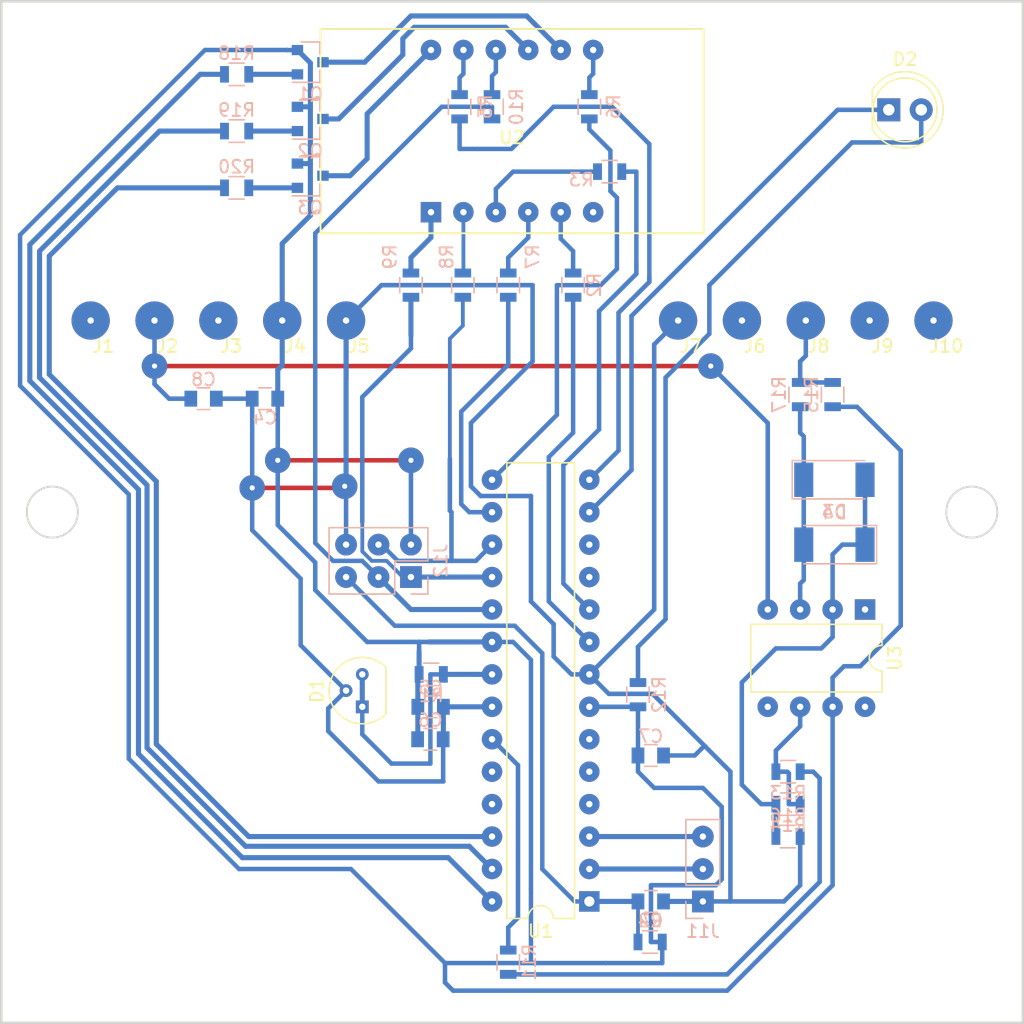
<source format=kicad_pcb>
(kicad_pcb (version 20171130) (host pcbnew no-vcs-found-320fa71~61~ubuntu17.10.1)

  (general
    (thickness 1.6)
    (drawings 6)
    (tracks 362)
    (zones 0)
    (modules 48)
    (nets 56)
  )

  (page A4)
  (layers
    (0 F.Cu signal)
    (31 B.Cu signal)
    (32 B.Adhes user)
    (33 F.Adhes user)
    (34 B.Paste user)
    (35 F.Paste user)
    (36 B.SilkS user)
    (37 F.SilkS user)
    (38 B.Mask user)
    (39 F.Mask user)
    (40 Dwgs.User user)
    (41 Cmts.User user)
    (42 Eco1.User user)
    (43 Eco2.User user)
    (44 Edge.Cuts user)
    (45 Margin user)
    (46 B.CrtYd user)
    (47 F.CrtYd user)
    (48 B.Fab user)
    (49 F.Fab user)
  )

  (setup
    (last_trace_width 0.3556)
    (user_trace_width 0.2)
    (user_trace_width 0.25)
    (user_trace_width 0.3)
    (user_trace_width 0.35)
    (user_trace_width 0.4)
    (user_trace_width 0.5)
    (user_trace_width 0.6)
    (user_trace_width 0.7)
    (trace_clearance 0.2)
    (zone_clearance 0.508)
    (zone_45_only no)
    (trace_min 0.2)
    (segment_width 0.2)
    (edge_width 0.15)
    (via_size 2)
    (via_drill 0.4)
    (via_min_size 0.4)
    (via_min_drill 0.3)
    (uvia_size 0.3)
    (uvia_drill 0.1)
    (uvias_allowed no)
    (uvia_min_size 0.2)
    (uvia_min_drill 0.1)
    (pcb_text_width 0.3)
    (pcb_text_size 1.5 1.5)
    (mod_edge_width 0.15)
    (mod_text_size 1 1)
    (mod_text_width 0.15)
    (pad_size 1.6 1.6)
    (pad_drill 0.5)
    (pad_to_mask_clearance 0.2)
    (aux_axis_origin 0 0)
    (visible_elements 7FFFFFFF)
    (pcbplotparams
      (layerselection 0x010fc_ffffffff)
      (usegerberextensions false)
      (usegerberattributes false)
      (usegerberadvancedattributes false)
      (creategerberjobfile false)
      (excludeedgelayer true)
      (linewidth 0.100000)
      (plotframeref false)
      (viasonmask false)
      (mode 1)
      (useauxorigin false)
      (hpglpennumber 1)
      (hpglpenspeed 20)
      (hpglpendiameter 15)
      (psnegative false)
      (psa4output false)
      (plotreference true)
      (plotvalue true)
      (plotinvisibletext false)
      (padsonsilk false)
      (subtractmaskfromsilk false)
      (outputformat 1)
      (mirror false)
      (drillshape 1)
      (scaleselection 1)
      (outputdirectory ""))
  )

  (net 0 "")
  (net 1 GND)
  (net 2 /RES)
  (net 3 /MOSI)
  (net 4 /SCK)
  (net 5 +5V)
  (net 6 /MISO)
  (net 7 /E)
  (net 8 /D)
  (net 9 /DP)
  (net 10 /C)
  (net 11 /G)
  (net 12 /B)
  (net 13 /F)
  (net 14 /A)
  (net 15 "Net-(U1-Pad25)")
  (net 16 "Net-(U1-Pad24)")
  (net 17 "Net-(U1-Pad12)")
  (net 18 "Net-(U1-Pad11)")
  (net 19 "Net-(C1-Pad1)")
  (net 20 "Net-(R3-Pad1)")
  (net 21 "Net-(R5-Pad2)")
  (net 22 "Net-(R6-Pad2)")
  (net 23 "Net-(R7-Pad2)")
  (net 24 "Net-(D2-Pad2)")
  (net 25 /TX)
  (net 26 /RX)
  (net 27 /LED)
  (net 28 /D1)
  (net 29 /D2)
  (net 30 /D3)
  (net 31 "Net-(D3-Pad1)")
  (net 32 "Net-(D3-Pad2)")
  (net 33 "Net-(C3-Pad1)")
  (net 34 "Net-(R13-Pad1)")
  (net 35 "Net-(U3-Pad8)")
  (net 36 -5V)
  (net 37 "Net-(U3-Pad5)")
  (net 38 "Net-(U3-Pad1)")
  (net 39 /TS)
  (net 40 "Net-(R11-Pad2)")
  (net 41 "Net-(R2-Pad1)")
  (net 42 "Net-(J10-Pad1)")
  (net 43 "Net-(J1-Pad1)")
  (net 44 "Net-(J3-Pad1)")
  (net 45 "Net-(J6-Pad1)")
  (net 46 "Net-(J9-Pad1)")
  (net 47 "Net-(Q3-Pad3)")
  (net 48 "Net-(Q3-Pad1)")
  (net 49 "Net-(Q1-Pad1)")
  (net 50 "Net-(Q1-Pad3)")
  (net 51 "Net-(Q2-Pad3)")
  (net 52 "Net-(Q2-Pad1)")
  (net 53 "Net-(U1-Pad6)")
  (net 54 "Net-(U1-Pad5)")
  (net 55 "Net-(U1-Pad4)")

  (net_class Default "This is the default net class."
    (clearance 0.2)
    (trace_width 0.3556)
    (via_dia 2)
    (via_drill 0.4)
    (uvia_dia 0.3)
    (uvia_drill 0.1)
    (add_net +5V)
    (add_net -5V)
    (add_net /A)
    (add_net /B)
    (add_net /C)
    (add_net /D)
    (add_net /D1)
    (add_net /D2)
    (add_net /D3)
    (add_net /DP)
    (add_net /E)
    (add_net /F)
    (add_net /G)
    (add_net /LED)
    (add_net /MISO)
    (add_net /MOSI)
    (add_net /RES)
    (add_net /RX)
    (add_net /SCK)
    (add_net /TS)
    (add_net /TX)
    (add_net GND)
    (add_net "Net-(C1-Pad1)")
    (add_net "Net-(C3-Pad1)")
    (add_net "Net-(D2-Pad2)")
    (add_net "Net-(D3-Pad1)")
    (add_net "Net-(D3-Pad2)")
    (add_net "Net-(J1-Pad1)")
    (add_net "Net-(J10-Pad1)")
    (add_net "Net-(J3-Pad1)")
    (add_net "Net-(J6-Pad1)")
    (add_net "Net-(J9-Pad1)")
    (add_net "Net-(Q1-Pad1)")
    (add_net "Net-(Q1-Pad3)")
    (add_net "Net-(Q2-Pad1)")
    (add_net "Net-(Q2-Pad3)")
    (add_net "Net-(Q3-Pad1)")
    (add_net "Net-(Q3-Pad3)")
    (add_net "Net-(R11-Pad2)")
    (add_net "Net-(R13-Pad1)")
    (add_net "Net-(R2-Pad1)")
    (add_net "Net-(R3-Pad1)")
    (add_net "Net-(R5-Pad2)")
    (add_net "Net-(R6-Pad2)")
    (add_net "Net-(R7-Pad2)")
    (add_net "Net-(U1-Pad11)")
    (add_net "Net-(U1-Pad12)")
    (add_net "Net-(U1-Pad24)")
    (add_net "Net-(U1-Pad25)")
    (add_net "Net-(U1-Pad4)")
    (add_net "Net-(U1-Pad5)")
    (add_net "Net-(U1-Pad6)")
    (add_net "Net-(U3-Pad1)")
    (add_net "Net-(U3-Pad5)")
    (add_net "Net-(U3-Pad8)")
  )

  (net_class Power ""
    (clearance 0.2)
    (trace_width 0.4)
    (via_dia 2)
    (via_drill 0.4)
    (uvia_dia 0.3)
    (uvia_drill 0.1)
  )

  (module Housings_DIP:DIP-28_W7.62mm (layer F.Cu) (tedit 5A3972E4) (tstamp 5A3A06C1)
    (at 146.05 110.49 180)
    (descr "28-lead though-hole mounted DIP package, row spacing 7.62 mm (300 mils)")
    (tags "THT DIP DIL PDIP 2.54mm 7.62mm 300mil")
    (path /5A50A4B1)
    (fp_text reference U1 (at 3.81 -2.33 180) (layer F.SilkS)
      (effects (font (size 1 1) (thickness 0.15)))
    )
    (fp_text value ATMEGA8-16PU (at 3.81 35.35 180) (layer F.Fab)
      (effects (font (size 1 1) (thickness 0.15)))
    )
    (fp_text user %R (at 3.81 16.51 180) (layer F.Fab)
      (effects (font (size 1 1) (thickness 0.15)))
    )
    (fp_line (start 8.7 -1.55) (end -1.1 -1.55) (layer F.CrtYd) (width 0.05))
    (fp_line (start 8.7 34.55) (end 8.7 -1.55) (layer F.CrtYd) (width 0.05))
    (fp_line (start -1.1 34.55) (end 8.7 34.55) (layer F.CrtYd) (width 0.05))
    (fp_line (start -1.1 -1.55) (end -1.1 34.55) (layer F.CrtYd) (width 0.05))
    (fp_line (start 6.46 -1.33) (end 4.81 -1.33) (layer F.SilkS) (width 0.12))
    (fp_line (start 6.46 34.35) (end 6.46 -1.33) (layer F.SilkS) (width 0.12))
    (fp_line (start 1.16 34.35) (end 6.46 34.35) (layer F.SilkS) (width 0.12))
    (fp_line (start 1.16 -1.33) (end 1.16 34.35) (layer F.SilkS) (width 0.12))
    (fp_line (start 2.81 -1.33) (end 1.16 -1.33) (layer F.SilkS) (width 0.12))
    (fp_line (start 0.635 -0.27) (end 1.635 -1.27) (layer F.Fab) (width 0.1))
    (fp_line (start 0.635 34.29) (end 0.635 -0.27) (layer F.Fab) (width 0.1))
    (fp_line (start 6.985 34.29) (end 0.635 34.29) (layer F.Fab) (width 0.1))
    (fp_line (start 6.985 -1.27) (end 6.985 34.29) (layer F.Fab) (width 0.1))
    (fp_line (start 1.635 -1.27) (end 6.985 -1.27) (layer F.Fab) (width 0.1))
    (fp_arc (start 3.81 -1.33) (end 2.81 -1.33) (angle -180) (layer F.SilkS) (width 0.12))
    (pad 28 thru_hole oval (at 7.62 0 180) (size 1.6 1.6) (drill 0.5) (layers *.Cu *.Mask)
      (net 28 /D1))
    (pad 14 thru_hole oval (at 0 33.02 180) (size 1.6 1.6) (drill 0.5) (layers *.Cu *.Mask)
      (net 21 "Net-(R5-Pad2)"))
    (pad 27 thru_hole oval (at 7.62 2.54 180) (size 1.6 1.6) (drill 0.5) (layers *.Cu *.Mask)
      (net 29 /D2))
    (pad 13 thru_hole oval (at 0 30.48 180) (size 1.6 1.6) (drill 0.5) (layers *.Cu *.Mask)
      (net 27 /LED))
    (pad 26 thru_hole oval (at 7.62 5.08 180) (size 1.6 1.6) (drill 0.5) (layers *.Cu *.Mask)
      (net 30 /D3))
    (pad 12 thru_hole oval (at 0 27.94 180) (size 1.6 1.6) (drill 0.5) (layers *.Cu *.Mask)
      (net 17 "Net-(U1-Pad12)"))
    (pad 25 thru_hole oval (at 7.62 7.62 180) (size 1.6 1.6) (drill 0.5) (layers *.Cu *.Mask)
      (net 15 "Net-(U1-Pad25)"))
    (pad 11 thru_hole oval (at 0 25.4 180) (size 1.6 1.6) (drill 0.5) (layers *.Cu *.Mask)
      (net 18 "Net-(U1-Pad11)"))
    (pad 24 thru_hole oval (at 7.62 10.16 180) (size 1.6 1.6) (drill 0.5) (layers *.Cu *.Mask)
      (net 16 "Net-(U1-Pad24)"))
    (pad 10 thru_hole oval (at 0 22.86 180) (size 1.6 1.6) (drill 0.5) (layers *.Cu *.Mask)
      (net 20 "Net-(R3-Pad1)"))
    (pad 23 thru_hole oval (at 7.62 12.7 180) (size 1.6 1.6) (drill 0.5) (layers *.Cu *.Mask)
      (net 40 "Net-(R11-Pad2)"))
    (pad 9 thru_hole oval (at 0 20.32 180) (size 1.6 1.6) (drill 0.5) (layers *.Cu *.Mask)
      (net 41 "Net-(R2-Pad1)"))
    (pad 22 thru_hole oval (at 7.62 15.24 180) (size 1.6 1.6) (drill 0.5) (layers *.Cu *.Mask)
      (net 1 GND))
    (pad 8 thru_hole oval (at 0 17.78 180) (size 1.6 1.6) (drill 0.5) (layers *.Cu *.Mask)
      (net 1 GND))
    (pad 21 thru_hole oval (at 7.62 17.78 180) (size 1.6 1.6) (drill 0.5) (layers *.Cu *.Mask)
      (net 19 "Net-(C1-Pad1)"))
    (pad 7 thru_hole oval (at 0 15.24 180) (size 1.6 1.6) (drill 0.5) (layers *.Cu *.Mask)
      (net 5 +5V))
    (pad 20 thru_hole oval (at 7.62 20.32 180) (size 1.6 1.6) (drill 0.5) (layers *.Cu *.Mask)
      (net 5 +5V))
    (pad 6 thru_hole oval (at 0 12.7 180) (size 1.6 1.6) (drill 0.5) (layers *.Cu *.Mask)
      (net 53 "Net-(U1-Pad6)"))
    (pad 19 thru_hole oval (at 7.62 22.86 180) (size 1.6 1.6) (drill 0.5) (layers *.Cu *.Mask)
      (net 4 /SCK))
    (pad 5 thru_hole oval (at 0 10.16 180) (size 1.6 1.6) (drill 0.5) (layers *.Cu *.Mask)
      (net 54 "Net-(U1-Pad5)"))
    (pad 18 thru_hole oval (at 7.62 25.4 180) (size 1.6 1.6) (drill 0.5) (layers *.Cu *.Mask)
      (net 6 /MISO))
    (pad 4 thru_hole oval (at 0 7.62 180) (size 1.6 1.6) (drill 0.5) (layers *.Cu *.Mask)
      (net 55 "Net-(U1-Pad4)"))
    (pad 17 thru_hole oval (at 7.62 27.94 180) (size 1.6 1.6) (drill 0.5) (layers *.Cu *.Mask)
      (net 3 /MOSI))
    (pad 3 thru_hole oval (at 0 5.08 180) (size 1.6 1.6) (drill 0.5) (layers *.Cu *.Mask)
      (net 25 /TX))
    (pad 16 thru_hole oval (at 7.62 30.48 180) (size 1.6 1.6) (drill 0.5) (layers *.Cu *.Mask)
      (net 23 "Net-(R7-Pad2)"))
    (pad 2 thru_hole oval (at 0 2.54 180) (size 1.6 1.6) (drill 0.5) (layers *.Cu *.Mask)
      (net 26 /RX))
    (pad 15 thru_hole oval (at 7.62 33.02 180) (size 1.6 1.6) (drill 0.5) (layers *.Cu *.Mask)
      (net 22 "Net-(R6-Pad2)"))
    (pad 1 thru_hole rect (at 0 0 180) (size 1.6 1.6) (drill 0.8) (layers *.Cu *.Mask)
      (net 2 /RES))
    (model ${KISYS3DMOD}/Housings_DIP.3dshapes/DIP-28_W7.62mm.wrl
      (at (xyz 0 0 0))
      (scale (xyz 1 1 1))
      (rotate (xyz 0 0 0))
    )
  )

  (module Resistors_SMD:R_0805 (layer B.Cu) (tedit 58E0A804) (tstamp 5A39F090)
    (at 118.43 45.72 180)
    (descr "Resistor SMD 0805, reflow soldering, Vishay (see dcrcw.pdf)")
    (tags "resistor 0805")
    (path /5A4CEA68)
    (attr smd)
    (fp_text reference R18 (at 0 1.65 180) (layer B.SilkS)
      (effects (font (size 1 1) (thickness 0.15)) (justify mirror))
    )
    (fp_text value 1k (at 0 -1.75 180) (layer B.Fab)
      (effects (font (size 1 1) (thickness 0.15)) (justify mirror))
    )
    (fp_line (start 1.55 -0.9) (end -1.55 -0.9) (layer B.CrtYd) (width 0.05))
    (fp_line (start 1.55 -0.9) (end 1.55 0.9) (layer B.CrtYd) (width 0.05))
    (fp_line (start -1.55 0.9) (end -1.55 -0.9) (layer B.CrtYd) (width 0.05))
    (fp_line (start -1.55 0.9) (end 1.55 0.9) (layer B.CrtYd) (width 0.05))
    (fp_line (start -0.6 0.88) (end 0.6 0.88) (layer B.SilkS) (width 0.12))
    (fp_line (start 0.6 -0.88) (end -0.6 -0.88) (layer B.SilkS) (width 0.12))
    (fp_line (start -1 0.62) (end 1 0.62) (layer B.Fab) (width 0.1))
    (fp_line (start 1 0.62) (end 1 -0.62) (layer B.Fab) (width 0.1))
    (fp_line (start 1 -0.62) (end -1 -0.62) (layer B.Fab) (width 0.1))
    (fp_line (start -1 -0.62) (end -1 0.62) (layer B.Fab) (width 0.1))
    (fp_text user %R (at 0 0 180) (layer B.Fab)
      (effects (font (size 0.5 0.5) (thickness 0.075)) (justify mirror))
    )
    (pad 2 smd rect (at 0.95 0 180) (size 0.7 1.3) (layers B.Cu B.Paste B.Mask)
      (net 28 /D1))
    (pad 1 smd rect (at -0.95 0 180) (size 0.7 1.3) (layers B.Cu B.Paste B.Mask)
      (net 49 "Net-(Q1-Pad1)"))
    (model ${KISYS3DMOD}/Resistors_SMD.3dshapes/R_0805.wrl
      (at (xyz 0 0 0))
      (scale (xyz 1 1 1))
      (rotate (xyz 0 0 0))
    )
  )

  (module Resistors_SMD:R_0805 (layer B.Cu) (tedit 58E0A804) (tstamp 5A39F07F)
    (at 118.43 50.165 180)
    (descr "Resistor SMD 0805, reflow soldering, Vishay (see dcrcw.pdf)")
    (tags "resistor 0805")
    (path /5A4D5751)
    (attr smd)
    (fp_text reference R19 (at 0 1.65 180) (layer B.SilkS)
      (effects (font (size 1 1) (thickness 0.15)) (justify mirror))
    )
    (fp_text value 1k (at 0 -1.75 180) (layer B.Fab)
      (effects (font (size 1 1) (thickness 0.15)) (justify mirror))
    )
    (fp_text user %R (at 0 0 180) (layer B.Fab)
      (effects (font (size 0.5 0.5) (thickness 0.075)) (justify mirror))
    )
    (fp_line (start -1 -0.62) (end -1 0.62) (layer B.Fab) (width 0.1))
    (fp_line (start 1 -0.62) (end -1 -0.62) (layer B.Fab) (width 0.1))
    (fp_line (start 1 0.62) (end 1 -0.62) (layer B.Fab) (width 0.1))
    (fp_line (start -1 0.62) (end 1 0.62) (layer B.Fab) (width 0.1))
    (fp_line (start 0.6 -0.88) (end -0.6 -0.88) (layer B.SilkS) (width 0.12))
    (fp_line (start -0.6 0.88) (end 0.6 0.88) (layer B.SilkS) (width 0.12))
    (fp_line (start -1.55 0.9) (end 1.55 0.9) (layer B.CrtYd) (width 0.05))
    (fp_line (start -1.55 0.9) (end -1.55 -0.9) (layer B.CrtYd) (width 0.05))
    (fp_line (start 1.55 -0.9) (end 1.55 0.9) (layer B.CrtYd) (width 0.05))
    (fp_line (start 1.55 -0.9) (end -1.55 -0.9) (layer B.CrtYd) (width 0.05))
    (pad 1 smd rect (at -0.95 0 180) (size 0.7 1.3) (layers B.Cu B.Paste B.Mask)
      (net 52 "Net-(Q2-Pad1)"))
    (pad 2 smd rect (at 0.95 0 180) (size 0.7 1.3) (layers B.Cu B.Paste B.Mask)
      (net 29 /D2))
    (model ${KISYS3DMOD}/Resistors_SMD.3dshapes/R_0805.wrl
      (at (xyz 0 0 0))
      (scale (xyz 1 1 1))
      (rotate (xyz 0 0 0))
    )
  )

  (module Resistors_SMD:R_0805 (layer B.Cu) (tedit 58E0A804) (tstamp 5A39F06E)
    (at 118.43 54.61 180)
    (descr "Resistor SMD 0805, reflow soldering, Vishay (see dcrcw.pdf)")
    (tags "resistor 0805")
    (path /5A4D57C5)
    (attr smd)
    (fp_text reference R20 (at 0 1.65 180) (layer B.SilkS)
      (effects (font (size 1 1) (thickness 0.15)) (justify mirror))
    )
    (fp_text value 1k (at 0 -1.75 180) (layer B.Fab)
      (effects (font (size 1 1) (thickness 0.15)) (justify mirror))
    )
    (fp_line (start 1.55 -0.9) (end -1.55 -0.9) (layer B.CrtYd) (width 0.05))
    (fp_line (start 1.55 -0.9) (end 1.55 0.9) (layer B.CrtYd) (width 0.05))
    (fp_line (start -1.55 0.9) (end -1.55 -0.9) (layer B.CrtYd) (width 0.05))
    (fp_line (start -1.55 0.9) (end 1.55 0.9) (layer B.CrtYd) (width 0.05))
    (fp_line (start -0.6 0.88) (end 0.6 0.88) (layer B.SilkS) (width 0.12))
    (fp_line (start 0.6 -0.88) (end -0.6 -0.88) (layer B.SilkS) (width 0.12))
    (fp_line (start -1 0.62) (end 1 0.62) (layer B.Fab) (width 0.1))
    (fp_line (start 1 0.62) (end 1 -0.62) (layer B.Fab) (width 0.1))
    (fp_line (start 1 -0.62) (end -1 -0.62) (layer B.Fab) (width 0.1))
    (fp_line (start -1 -0.62) (end -1 0.62) (layer B.Fab) (width 0.1))
    (fp_text user %R (at 0 0 180) (layer B.Fab)
      (effects (font (size 0.5 0.5) (thickness 0.075)) (justify mirror))
    )
    (pad 2 smd rect (at 0.95 0 180) (size 0.7 1.3) (layers B.Cu B.Paste B.Mask)
      (net 30 /D3))
    (pad 1 smd rect (at -0.95 0 180) (size 0.7 1.3) (layers B.Cu B.Paste B.Mask)
      (net 48 "Net-(Q3-Pad1)"))
    (model ${KISYS3DMOD}/Resistors_SMD.3dshapes/R_0805.wrl
      (at (xyz 0 0 0))
      (scale (xyz 1 1 1))
      (rotate (xyz 0 0 0))
    )
  )

  (module TO_SOT_Packages_SMD:SOT-23 (layer B.Cu) (tedit 58CE4E7E) (tstamp 5A39EFFD)
    (at 124.19 49.215)
    (descr "SOT-23, Standard")
    (tags SOT-23)
    (path /5A4AB483)
    (attr smd)
    (fp_text reference Q2 (at 0 2.5) (layer B.SilkS)
      (effects (font (size 1 1) (thickness 0.15)) (justify mirror))
    )
    (fp_text value BC807 (at 0 -2.5) (layer B.Fab)
      (effects (font (size 1 1) (thickness 0.15)) (justify mirror))
    )
    (fp_line (start 0.76 -1.58) (end -0.7 -1.58) (layer B.SilkS) (width 0.12))
    (fp_line (start 0.76 1.58) (end -1.4 1.58) (layer B.SilkS) (width 0.12))
    (fp_line (start -1.7 -1.75) (end -1.7 1.75) (layer B.CrtYd) (width 0.05))
    (fp_line (start 1.7 -1.75) (end -1.7 -1.75) (layer B.CrtYd) (width 0.05))
    (fp_line (start 1.7 1.75) (end 1.7 -1.75) (layer B.CrtYd) (width 0.05))
    (fp_line (start -1.7 1.75) (end 1.7 1.75) (layer B.CrtYd) (width 0.05))
    (fp_line (start 0.76 1.58) (end 0.76 0.65) (layer B.SilkS) (width 0.12))
    (fp_line (start 0.76 -1.58) (end 0.76 -0.65) (layer B.SilkS) (width 0.12))
    (fp_line (start -0.7 -1.52) (end 0.7 -1.52) (layer B.Fab) (width 0.1))
    (fp_line (start 0.7 1.52) (end 0.7 -1.52) (layer B.Fab) (width 0.1))
    (fp_line (start -0.7 0.95) (end -0.15 1.52) (layer B.Fab) (width 0.1))
    (fp_line (start -0.15 1.52) (end 0.7 1.52) (layer B.Fab) (width 0.1))
    (fp_line (start -0.7 0.95) (end -0.7 -1.5) (layer B.Fab) (width 0.1))
    (fp_text user %R (at 0 0 -90) (layer B.Fab)
      (effects (font (size 0.5 0.5) (thickness 0.075)) (justify mirror))
    )
    (pad 3 smd rect (at 1 0) (size 0.9 0.8) (layers B.Cu B.Paste B.Mask)
      (net 51 "Net-(Q2-Pad3)"))
    (pad 2 smd rect (at -1 -0.95) (size 0.9 0.8) (layers B.Cu B.Paste B.Mask)
      (net 5 +5V))
    (pad 1 smd rect (at -1 0.95) (size 0.9 0.8) (layers B.Cu B.Paste B.Mask)
      (net 52 "Net-(Q2-Pad1)"))
    (model ${KISYS3DMOD}/TO_SOT_Packages_SMD.3dshapes/SOT-23.wrl
      (at (xyz 0 0 0))
      (scale (xyz 1 1 1))
      (rotate (xyz 0 0 0))
    )
  )

  (module TO_SOT_Packages_SMD:SOT-23 (layer B.Cu) (tedit 58CE4E7E) (tstamp 5A39EFE8)
    (at 124.19 44.77)
    (descr "SOT-23, Standard")
    (tags SOT-23)
    (path /5A4AB1F5)
    (attr smd)
    (fp_text reference Q1 (at 0 2.5) (layer B.SilkS)
      (effects (font (size 1 1) (thickness 0.15)) (justify mirror))
    )
    (fp_text value BC807 (at 0 -2.5) (layer B.Fab)
      (effects (font (size 1 1) (thickness 0.15)) (justify mirror))
    )
    (fp_text user %R (at 0 0 -90) (layer B.Fab)
      (effects (font (size 0.5 0.5) (thickness 0.075)) (justify mirror))
    )
    (fp_line (start -0.7 0.95) (end -0.7 -1.5) (layer B.Fab) (width 0.1))
    (fp_line (start -0.15 1.52) (end 0.7 1.52) (layer B.Fab) (width 0.1))
    (fp_line (start -0.7 0.95) (end -0.15 1.52) (layer B.Fab) (width 0.1))
    (fp_line (start 0.7 1.52) (end 0.7 -1.52) (layer B.Fab) (width 0.1))
    (fp_line (start -0.7 -1.52) (end 0.7 -1.52) (layer B.Fab) (width 0.1))
    (fp_line (start 0.76 -1.58) (end 0.76 -0.65) (layer B.SilkS) (width 0.12))
    (fp_line (start 0.76 1.58) (end 0.76 0.65) (layer B.SilkS) (width 0.12))
    (fp_line (start -1.7 1.75) (end 1.7 1.75) (layer B.CrtYd) (width 0.05))
    (fp_line (start 1.7 1.75) (end 1.7 -1.75) (layer B.CrtYd) (width 0.05))
    (fp_line (start 1.7 -1.75) (end -1.7 -1.75) (layer B.CrtYd) (width 0.05))
    (fp_line (start -1.7 -1.75) (end -1.7 1.75) (layer B.CrtYd) (width 0.05))
    (fp_line (start 0.76 1.58) (end -1.4 1.58) (layer B.SilkS) (width 0.12))
    (fp_line (start 0.76 -1.58) (end -0.7 -1.58) (layer B.SilkS) (width 0.12))
    (pad 1 smd rect (at -1 0.95) (size 0.9 0.8) (layers B.Cu B.Paste B.Mask)
      (net 49 "Net-(Q1-Pad1)"))
    (pad 2 smd rect (at -1 -0.95) (size 0.9 0.8) (layers B.Cu B.Paste B.Mask)
      (net 5 +5V))
    (pad 3 smd rect (at 1 0) (size 0.9 0.8) (layers B.Cu B.Paste B.Mask)
      (net 50 "Net-(Q1-Pad3)"))
    (model ${KISYS3DMOD}/TO_SOT_Packages_SMD.3dshapes/SOT-23.wrl
      (at (xyz 0 0 0))
      (scale (xyz 1 1 1))
      (rotate (xyz 0 0 0))
    )
  )

  (module TO_SOT_Packages_SMD:SOT-23 (layer B.Cu) (tedit 58CE4E7E) (tstamp 5A39EFD3)
    (at 124.19 53.66)
    (descr "SOT-23, Standard")
    (tags SOT-23)
    (path /5A4AB50B)
    (attr smd)
    (fp_text reference Q3 (at 0 2.5) (layer B.SilkS)
      (effects (font (size 1 1) (thickness 0.15)) (justify mirror))
    )
    (fp_text value BC807 (at 0 -2.5) (layer B.Fab)
      (effects (font (size 1 1) (thickness 0.15)) (justify mirror))
    )
    (fp_line (start 0.76 -1.58) (end -0.7 -1.58) (layer B.SilkS) (width 0.12))
    (fp_line (start 0.76 1.58) (end -1.4 1.58) (layer B.SilkS) (width 0.12))
    (fp_line (start -1.7 -1.75) (end -1.7 1.75) (layer B.CrtYd) (width 0.05))
    (fp_line (start 1.7 -1.75) (end -1.7 -1.75) (layer B.CrtYd) (width 0.05))
    (fp_line (start 1.7 1.75) (end 1.7 -1.75) (layer B.CrtYd) (width 0.05))
    (fp_line (start -1.7 1.75) (end 1.7 1.75) (layer B.CrtYd) (width 0.05))
    (fp_line (start 0.76 1.58) (end 0.76 0.65) (layer B.SilkS) (width 0.12))
    (fp_line (start 0.76 -1.58) (end 0.76 -0.65) (layer B.SilkS) (width 0.12))
    (fp_line (start -0.7 -1.52) (end 0.7 -1.52) (layer B.Fab) (width 0.1))
    (fp_line (start 0.7 1.52) (end 0.7 -1.52) (layer B.Fab) (width 0.1))
    (fp_line (start -0.7 0.95) (end -0.15 1.52) (layer B.Fab) (width 0.1))
    (fp_line (start -0.15 1.52) (end 0.7 1.52) (layer B.Fab) (width 0.1))
    (fp_line (start -0.7 0.95) (end -0.7 -1.5) (layer B.Fab) (width 0.1))
    (fp_text user %R (at 0 0 -90) (layer B.Fab)
      (effects (font (size 0.5 0.5) (thickness 0.075)) (justify mirror))
    )
    (pad 3 smd rect (at 1 0) (size 0.9 0.8) (layers B.Cu B.Paste B.Mask)
      (net 47 "Net-(Q3-Pad3)"))
    (pad 2 smd rect (at -1 -0.95) (size 0.9 0.8) (layers B.Cu B.Paste B.Mask)
      (net 5 +5V))
    (pad 1 smd rect (at -1 0.95) (size 0.9 0.8) (layers B.Cu B.Paste B.Mask)
      (net 48 "Net-(Q3-Pad1)"))
    (model ${KISYS3DMOD}/TO_SOT_Packages_SMD.3dshapes/SOT-23.wrl
      (at (xyz 0 0 0))
      (scale (xyz 1 1 1))
      (rotate (xyz 0 0 0))
    )
  )

  (module MY:KL-4031 (layer F.Cu) (tedit 5A397E84) (tstamp 5A39F71F)
    (at 140 50.165)
    (path /5A3920F6)
    (fp_text reference U2 (at 0 0.5) (layer F.SilkS)
      (effects (font (size 1 1) (thickness 0.15)))
    )
    (fp_text value KL-4031-BSR (at 0 -0.5) (layer F.Fab)
      (effects (font (size 1 1) (thickness 0.15)))
    )
    (fp_line (start -15 8) (end -15 -8) (layer F.SilkS) (width 0.15))
    (fp_line (start -15 -8) (end 15 -8) (layer F.SilkS) (width 0.15))
    (fp_line (start 15 -8) (end 15 8) (layer F.SilkS) (width 0.15))
    (fp_line (start 15 8) (end -15 8) (layer F.SilkS) (width 0.15))
    (pad 1 thru_hole rect (at -6.35 6.35) (size 1.6 1.6) (drill 0.5) (layers *.Cu *.Mask)
      (net 7 /E))
    (pad 2 thru_hole circle (at -3.81 6.35) (size 1.6 1.6) (drill 0.5) (layers *.Cu *.Mask)
      (net 8 /D))
    (pad 3 thru_hole circle (at -1.27 6.35) (size 1.6 1.6) (drill 0.5) (layers *.Cu *.Mask)
      (net 9 /DP))
    (pad 4 thru_hole circle (at 1.27 6.35) (size 1.6 1.6) (drill 0.5) (layers *.Cu *.Mask)
      (net 10 /C))
    (pad 5 thru_hole circle (at 3.81 6.35) (size 1.6 1.6) (drill 0.5) (layers *.Cu *.Mask)
      (net 11 /G))
    (pad 6 thru_hole circle (at 6.35 6.35) (size 1.6 1.6) (drill 0.5) (layers *.Cu *.Mask))
    (pad 7 thru_hole circle (at 6.35 -6.35) (size 1.6 1.6) (drill 0.5) (layers *.Cu *.Mask)
      (net 12 /B))
    (pad 8 thru_hole circle (at 3.81 -6.35) (size 1.6 1.6) (drill 0.5) (layers *.Cu *.Mask)
      (net 50 "Net-(Q1-Pad3)"))
    (pad 9 thru_hole circle (at 1.27 -6.35) (size 1.6 1.6) (drill 0.5) (layers *.Cu *.Mask)
      (net 51 "Net-(Q2-Pad3)"))
    (pad 10 thru_hole circle (at -1.27 -6.35) (size 1.6 1.6) (drill 0.5) (layers *.Cu *.Mask)
      (net 13 /F))
    (pad 11 thru_hole circle (at -3.81 -6.35) (size 1.6 1.6) (drill 0.5) (layers *.Cu *.Mask)
      (net 14 /A))
    (pad 12 thru_hole circle (at -6.35 -6.35) (size 1.6 1.6) (drill 0.5) (layers *.Cu *.Mask)
      (net 47 "Net-(Q3-Pad3)"))
  )

  (module Capacitors_SMD:C_0805 (layer B.Cu) (tedit 58AA8463) (tstamp 5A39E5F3)
    (at 120.65 71.12)
    (descr "Capacitor SMD 0805, reflow soldering, AVX (see smccp.pdf)")
    (tags "capacitor 0805")
    (path /5A477F83)
    (attr smd)
    (fp_text reference C4 (at 0 1.5) (layer B.SilkS)
      (effects (font (size 1 1) (thickness 0.15)) (justify mirror))
    )
    (fp_text value 100u (at 0 -1.75) (layer B.Fab)
      (effects (font (size 1 1) (thickness 0.15)) (justify mirror))
    )
    (fp_line (start 1.75 -0.87) (end -1.75 -0.87) (layer B.CrtYd) (width 0.05))
    (fp_line (start 1.75 -0.87) (end 1.75 0.88) (layer B.CrtYd) (width 0.05))
    (fp_line (start -1.75 0.88) (end -1.75 -0.87) (layer B.CrtYd) (width 0.05))
    (fp_line (start -1.75 0.88) (end 1.75 0.88) (layer B.CrtYd) (width 0.05))
    (fp_line (start -0.5 -0.85) (end 0.5 -0.85) (layer B.SilkS) (width 0.12))
    (fp_line (start 0.5 0.85) (end -0.5 0.85) (layer B.SilkS) (width 0.12))
    (fp_line (start -1 0.62) (end 1 0.62) (layer B.Fab) (width 0.1))
    (fp_line (start 1 0.62) (end 1 -0.62) (layer B.Fab) (width 0.1))
    (fp_line (start 1 -0.62) (end -1 -0.62) (layer B.Fab) (width 0.1))
    (fp_line (start -1 -0.62) (end -1 0.62) (layer B.Fab) (width 0.1))
    (fp_text user %R (at 0 1.5) (layer B.Fab)
      (effects (font (size 1 1) (thickness 0.15)) (justify mirror))
    )
    (pad 2 smd rect (at 1 0) (size 1 1.25) (layers B.Cu B.Paste B.Mask)
      (net 5 +5V))
    (pad 1 smd rect (at -1 0) (size 1 1.25) (layers B.Cu B.Paste B.Mask)
      (net 1 GND))
    (model Capacitors_SMD.3dshapes/C_0805.wrl
      (at (xyz 0 0 0))
      (scale (xyz 1 1 1))
      (rotate (xyz 0 0 0))
    )
  )

  (module Capacitors_SMD:C_0805 (layer B.Cu) (tedit 58AA8463) (tstamp 5A39E5E2)
    (at 133.62 95.25 180)
    (descr "Capacitor SMD 0805, reflow soldering, AVX (see smccp.pdf)")
    (tags "capacitor 0805")
    (path /5A47C58B)
    (attr smd)
    (fp_text reference C5 (at 0 1.5 180) (layer B.SilkS)
      (effects (font (size 1 1) (thickness 0.15)) (justify mirror))
    )
    (fp_text value 100u (at 0 -1.75 180) (layer B.Fab)
      (effects (font (size 1 1) (thickness 0.15)) (justify mirror))
    )
    (fp_text user %R (at 0 1.5 180) (layer B.Fab)
      (effects (font (size 1 1) (thickness 0.15)) (justify mirror))
    )
    (fp_line (start -1 -0.62) (end -1 0.62) (layer B.Fab) (width 0.1))
    (fp_line (start 1 -0.62) (end -1 -0.62) (layer B.Fab) (width 0.1))
    (fp_line (start 1 0.62) (end 1 -0.62) (layer B.Fab) (width 0.1))
    (fp_line (start -1 0.62) (end 1 0.62) (layer B.Fab) (width 0.1))
    (fp_line (start 0.5 0.85) (end -0.5 0.85) (layer B.SilkS) (width 0.12))
    (fp_line (start -0.5 -0.85) (end 0.5 -0.85) (layer B.SilkS) (width 0.12))
    (fp_line (start -1.75 0.88) (end 1.75 0.88) (layer B.CrtYd) (width 0.05))
    (fp_line (start -1.75 0.88) (end -1.75 -0.87) (layer B.CrtYd) (width 0.05))
    (fp_line (start 1.75 -0.87) (end 1.75 0.88) (layer B.CrtYd) (width 0.05))
    (fp_line (start 1.75 -0.87) (end -1.75 -0.87) (layer B.CrtYd) (width 0.05))
    (pad 1 smd rect (at -1 0 180) (size 1 1.25) (layers B.Cu B.Paste B.Mask)
      (net 1 GND))
    (pad 2 smd rect (at 1 0 180) (size 1 1.25) (layers B.Cu B.Paste B.Mask)
      (net 5 +5V))
    (model Capacitors_SMD.3dshapes/C_0805.wrl
      (at (xyz 0 0 0))
      (scale (xyz 1 1 1))
      (rotate (xyz 0 0 0))
    )
  )

  (module Capacitors_SMD:C_0805 (layer B.Cu) (tedit 58AA8463) (tstamp 5A39E5D1)
    (at 133.604 97.79 180)
    (descr "Capacitor SMD 0805, reflow soldering, AVX (see smccp.pdf)")
    (tags "capacitor 0805")
    (path /5A47C5FB)
    (attr smd)
    (fp_text reference C6 (at 0 1.5 180) (layer B.SilkS)
      (effects (font (size 1 1) (thickness 0.15)) (justify mirror))
    )
    (fp_text value 100u (at 0 -1.75 180) (layer B.Fab)
      (effects (font (size 1 1) (thickness 0.15)) (justify mirror))
    )
    (fp_line (start 1.75 -0.87) (end -1.75 -0.87) (layer B.CrtYd) (width 0.05))
    (fp_line (start 1.75 -0.87) (end 1.75 0.88) (layer B.CrtYd) (width 0.05))
    (fp_line (start -1.75 0.88) (end -1.75 -0.87) (layer B.CrtYd) (width 0.05))
    (fp_line (start -1.75 0.88) (end 1.75 0.88) (layer B.CrtYd) (width 0.05))
    (fp_line (start -0.5 -0.85) (end 0.5 -0.85) (layer B.SilkS) (width 0.12))
    (fp_line (start 0.5 0.85) (end -0.5 0.85) (layer B.SilkS) (width 0.12))
    (fp_line (start -1 0.62) (end 1 0.62) (layer B.Fab) (width 0.1))
    (fp_line (start 1 0.62) (end 1 -0.62) (layer B.Fab) (width 0.1))
    (fp_line (start 1 -0.62) (end -1 -0.62) (layer B.Fab) (width 0.1))
    (fp_line (start -1 -0.62) (end -1 0.62) (layer B.Fab) (width 0.1))
    (fp_text user %R (at 0 1.5 180) (layer B.Fab)
      (effects (font (size 1 1) (thickness 0.15)) (justify mirror))
    )
    (pad 2 smd rect (at 1 0 180) (size 1 1.25) (layers B.Cu B.Paste B.Mask)
      (net 5 +5V))
    (pad 1 smd rect (at -1 0 180) (size 1 1.25) (layers B.Cu B.Paste B.Mask)
      (net 1 GND))
    (model Capacitors_SMD.3dshapes/C_0805.wrl
      (at (xyz 0 0 0))
      (scale (xyz 1 1 1))
      (rotate (xyz 0 0 0))
    )
  )

  (module Capacitors_SMD:C_0805 (layer B.Cu) (tedit 58AA8463) (tstamp 5A39E5C0)
    (at 150.86 99.06 180)
    (descr "Capacitor SMD 0805, reflow soldering, AVX (see smccp.pdf)")
    (tags "capacitor 0805")
    (path /5A47C66B)
    (attr smd)
    (fp_text reference C7 (at 0 1.5 180) (layer B.SilkS)
      (effects (font (size 1 1) (thickness 0.15)) (justify mirror))
    )
    (fp_text value 100u (at 0 -1.75 180) (layer B.Fab)
      (effects (font (size 1 1) (thickness 0.15)) (justify mirror))
    )
    (fp_text user %R (at 0 1.5 180) (layer B.Fab)
      (effects (font (size 1 1) (thickness 0.15)) (justify mirror))
    )
    (fp_line (start -1 -0.62) (end -1 0.62) (layer B.Fab) (width 0.1))
    (fp_line (start 1 -0.62) (end -1 -0.62) (layer B.Fab) (width 0.1))
    (fp_line (start 1 0.62) (end 1 -0.62) (layer B.Fab) (width 0.1))
    (fp_line (start -1 0.62) (end 1 0.62) (layer B.Fab) (width 0.1))
    (fp_line (start 0.5 0.85) (end -0.5 0.85) (layer B.SilkS) (width 0.12))
    (fp_line (start -0.5 -0.85) (end 0.5 -0.85) (layer B.SilkS) (width 0.12))
    (fp_line (start -1.75 0.88) (end 1.75 0.88) (layer B.CrtYd) (width 0.05))
    (fp_line (start -1.75 0.88) (end -1.75 -0.87) (layer B.CrtYd) (width 0.05))
    (fp_line (start 1.75 -0.87) (end 1.75 0.88) (layer B.CrtYd) (width 0.05))
    (fp_line (start 1.75 -0.87) (end -1.75 -0.87) (layer B.CrtYd) (width 0.05))
    (pad 1 smd rect (at -1 0 180) (size 1 1.25) (layers B.Cu B.Paste B.Mask)
      (net 1 GND))
    (pad 2 smd rect (at 1 0 180) (size 1 1.25) (layers B.Cu B.Paste B.Mask)
      (net 5 +5V))
    (model Capacitors_SMD.3dshapes/C_0805.wrl
      (at (xyz 0 0 0))
      (scale (xyz 1 1 1))
      (rotate (xyz 0 0 0))
    )
  )

  (module Capacitors_SMD:C_0805 (layer B.Cu) (tedit 58AA8463) (tstamp 5A39E5AF)
    (at 115.84 71.12 180)
    (descr "Capacitor SMD 0805, reflow soldering, AVX (see smccp.pdf)")
    (tags "capacitor 0805")
    (path /5A4A00DA)
    (attr smd)
    (fp_text reference C8 (at 0 1.5 180) (layer B.SilkS)
      (effects (font (size 1 1) (thickness 0.15)) (justify mirror))
    )
    (fp_text value 100u (at 0 -1.75 180) (layer B.Fab)
      (effects (font (size 1 1) (thickness 0.15)) (justify mirror))
    )
    (fp_line (start 1.75 -0.87) (end -1.75 -0.87) (layer B.CrtYd) (width 0.05))
    (fp_line (start 1.75 -0.87) (end 1.75 0.88) (layer B.CrtYd) (width 0.05))
    (fp_line (start -1.75 0.88) (end -1.75 -0.87) (layer B.CrtYd) (width 0.05))
    (fp_line (start -1.75 0.88) (end 1.75 0.88) (layer B.CrtYd) (width 0.05))
    (fp_line (start -0.5 -0.85) (end 0.5 -0.85) (layer B.SilkS) (width 0.12))
    (fp_line (start 0.5 0.85) (end -0.5 0.85) (layer B.SilkS) (width 0.12))
    (fp_line (start -1 0.62) (end 1 0.62) (layer B.Fab) (width 0.1))
    (fp_line (start 1 0.62) (end 1 -0.62) (layer B.Fab) (width 0.1))
    (fp_line (start 1 -0.62) (end -1 -0.62) (layer B.Fab) (width 0.1))
    (fp_line (start -1 -0.62) (end -1 0.62) (layer B.Fab) (width 0.1))
    (fp_text user %R (at 0 1.5 180) (layer B.Fab)
      (effects (font (size 1 1) (thickness 0.15)) (justify mirror))
    )
    (pad 2 smd rect (at 1 0 180) (size 1 1.25) (layers B.Cu B.Paste B.Mask)
      (net 36 -5V))
    (pad 1 smd rect (at -1 0 180) (size 1 1.25) (layers B.Cu B.Paste B.Mask)
      (net 1 GND))
    (model Capacitors_SMD.3dshapes/C_0805.wrl
      (at (xyz 0 0 0))
      (scale (xyz 1 1 1))
      (rotate (xyz 0 0 0))
    )
  )

  (module MY:PAD (layer F.Cu) (tedit 5A395D37) (tstamp 5A39CA97)
    (at 168 65)
    (path /5A45B00B)
    (fp_text reference J9 (at 1 2) (layer F.SilkS)
      (effects (font (size 1 1) (thickness 0.15)))
    )
    (fp_text value REL2A (at -0.36 -3.405) (layer F.Fab)
      (effects (font (size 1 1) (thickness 0.15)))
    )
    (pad 1 thru_hole circle (at 0 0) (size 3 3) (drill 0.5) (layers *.Cu *.Mask)
      (net 46 "Net-(J9-Pad1)"))
  )

  (module MY:PAD (layer F.Cu) (tedit 5A395D37) (tstamp 5A39CA93)
    (at 163 65)
    (path /5A45AFA7)
    (fp_text reference J8 (at 1 2) (layer F.SilkS)
      (effects (font (size 1 1) (thickness 0.15)))
    )
    (fp_text value +TS (at -0.44 -3.405) (layer F.Fab)
      (effects (font (size 1 1) (thickness 0.15)))
    )
    (pad 1 thru_hole circle (at 0 0) (size 3 3) (drill 0.5) (layers *.Cu *.Mask)
      (net 39 /TS))
  )

  (module MY:PAD (layer F.Cu) (tedit 5A395D37) (tstamp 5A39CA8F)
    (at 153 65)
    (path /5A45AF45)
    (fp_text reference J7 (at 1 2) (layer F.SilkS)
      (effects (font (size 1 1) (thickness 0.15)))
    )
    (fp_text value -TS (at 0 -3.405) (layer F.Fab)
      (effects (font (size 1 1) (thickness 0.15)))
    )
    (pad 1 thru_hole circle (at 0 0) (size 3 3) (drill 0.5) (layers *.Cu *.Mask)
      (net 1 GND))
  )

  (module MY:PAD (layer F.Cu) (tedit 5A395D37) (tstamp 5A39CA8B)
    (at 158 65)
    (path /5A45AEE9)
    (fp_text reference J6 (at 1 2) (layer F.SilkS)
      (effects (font (size 1 1) (thickness 0.15)))
    )
    (fp_text value +D (at 0.115 -3.405) (layer F.Fab)
      (effects (font (size 1 1) (thickness 0.15)))
    )
    (pad 1 thru_hole circle (at 0 0) (size 3 3) (drill 0.5) (layers *.Cu *.Mask)
      (net 45 "Net-(J6-Pad1)"))
  )

  (module MY:PAD (layer F.Cu) (tedit 5A395D37) (tstamp 5A39CA87)
    (at 127 65)
    (path /5A45AE8F)
    (fp_text reference J5 (at 1 2) (layer F.SilkS)
      (effects (font (size 1 1) (thickness 0.15)))
    )
    (fp_text value GND (at 0 -2.77) (layer F.Fab)
      (effects (font (size 1 1) (thickness 0.15)))
    )
    (pad 1 thru_hole circle (at 0 0) (size 3 3) (drill 0.5) (layers *.Cu *.Mask)
      (net 1 GND))
  )

  (module MY:PAD (layer F.Cu) (tedit 5A395D37) (tstamp 5A39CA83)
    (at 122 65)
    (path /5A45AE37)
    (fp_text reference J4 (at 1 2) (layer F.SilkS)
      (effects (font (size 1 1) (thickness 0.15)))
    )
    (fp_text value +5V (at -0.08 -2.77) (layer F.Fab)
      (effects (font (size 1 1) (thickness 0.15)))
    )
    (pad 1 thru_hole circle (at 0 0) (size 3 3) (drill 0.5) (layers *.Cu *.Mask)
      (net 5 +5V))
  )

  (module MY:PAD (layer F.Cu) (tedit 5A395D37) (tstamp 5A39CA7F)
    (at 117 65)
    (path /5A45ADD9)
    (fp_text reference J3 (at 1 2) (layer F.SilkS)
      (effects (font (size 1 1) (thickness 0.15)))
    )
    (fp_text value +24V (at -0.16 -2.77) (layer F.Fab)
      (effects (font (size 1 1) (thickness 0.15)))
    )
    (pad 1 thru_hole circle (at 0 0) (size 3 3) (drill 0.5) (layers *.Cu *.Mask)
      (net 44 "Net-(J3-Pad1)"))
  )

  (module MY:PAD (layer F.Cu) (tedit 5A395D37) (tstamp 5A39CA7B)
    (at 112 65)
    (path /5A45AC3B)
    (fp_text reference J2 (at 1 2) (layer F.SilkS)
      (effects (font (size 1 1) (thickness 0.15)))
    )
    (fp_text value -5V (at 0 -2.77) (layer F.Fab)
      (effects (font (size 1 1) (thickness 0.15)))
    )
    (pad 1 thru_hole circle (at 0 0) (size 3 3) (drill 0.5) (layers *.Cu *.Mask)
      (net 36 -5V))
  )

  (module MY:PAD (layer F.Cu) (tedit 5A395E1C) (tstamp 5A39CA77)
    (at 107 65)
    (path /5A45AAA4)
    (fp_text reference J1 (at 1 2) (layer F.SilkS)
      (effects (font (size 1 1) (thickness 0.15)))
    )
    (fp_text value REL1 (at 0.315 -2.77) (layer F.Fab)
      (effects (font (size 1 1) (thickness 0.15)))
    )
    (pad 1 thru_hole circle (at 0 0) (size 3 3) (drill 0.5) (layers *.Cu *.Mask)
      (net 43 "Net-(J1-Pad1)"))
  )

  (module MY:PAD (layer F.Cu) (tedit 5A395D37) (tstamp 5A39CA73)
    (at 173 65)
    (path /5A45B06D)
    (fp_text reference J10 (at 1 2) (layer F.SilkS)
      (effects (font (size 1 1) (thickness 0.15)))
    )
    (fp_text value REL2B (at 0 -3.405) (layer F.Fab)
      (effects (font (size 1 1) (thickness 0.15)))
    )
    (pad 1 thru_hole circle (at 0 0) (size 3 3) (drill 0.5) (layers *.Cu *.Mask)
      (net 42 "Net-(J10-Pad1)"))
  )

  (module Pin_Headers:Pin_Header_Straight_1x03_Pitch2.54mm (layer B.Cu) (tedit 5A3974EC) (tstamp 5A39BC18)
    (at 154.94 110.49)
    (descr "Through hole straight pin header, 1x03, 2.54mm pitch, single row")
    (tags "Through hole pin header THT 1x03 2.54mm single row")
    (path /5A3B8700)
    (fp_text reference J11 (at 0 2.33) (layer B.SilkS)
      (effects (font (size 1 1) (thickness 0.15)) (justify mirror))
    )
    (fp_text value Conn_01x03 (at 0 -7.41) (layer B.Fab)
      (effects (font (size 1 1) (thickness 0.15)) (justify mirror))
    )
    (fp_text user %R (at 0 -2.54 -90) (layer B.Fab)
      (effects (font (size 1 1) (thickness 0.15)) (justify mirror))
    )
    (fp_line (start 1.8 1.8) (end -1.8 1.8) (layer B.CrtYd) (width 0.05))
    (fp_line (start 1.8 -6.85) (end 1.8 1.8) (layer B.CrtYd) (width 0.05))
    (fp_line (start -1.8 -6.85) (end 1.8 -6.85) (layer B.CrtYd) (width 0.05))
    (fp_line (start -1.8 1.8) (end -1.8 -6.85) (layer B.CrtYd) (width 0.05))
    (fp_line (start -1.33 1.33) (end 0 1.33) (layer B.SilkS) (width 0.12))
    (fp_line (start -1.33 0) (end -1.33 1.33) (layer B.SilkS) (width 0.12))
    (fp_line (start -1.33 -1.27) (end 1.33 -1.27) (layer B.SilkS) (width 0.12))
    (fp_line (start 1.33 -1.27) (end 1.33 -6.41) (layer B.SilkS) (width 0.12))
    (fp_line (start -1.33 -1.27) (end -1.33 -6.41) (layer B.SilkS) (width 0.12))
    (fp_line (start -1.33 -6.41) (end 1.33 -6.41) (layer B.SilkS) (width 0.12))
    (fp_line (start -1.27 0.635) (end -0.635 1.27) (layer B.Fab) (width 0.1))
    (fp_line (start -1.27 -6.35) (end -1.27 0.635) (layer B.Fab) (width 0.1))
    (fp_line (start 1.27 -6.35) (end -1.27 -6.35) (layer B.Fab) (width 0.1))
    (fp_line (start 1.27 1.27) (end 1.27 -6.35) (layer B.Fab) (width 0.1))
    (fp_line (start -0.635 1.27) (end 1.27 1.27) (layer B.Fab) (width 0.1))
    (pad 3 thru_hole oval (at 0 -5.08) (size 1.7 1.7) (drill 0.5) (layers *.Cu *.Mask)
      (net 25 /TX))
    (pad 2 thru_hole oval (at 0 -2.54) (size 1.7 1.7) (drill 0.5) (layers *.Cu *.Mask)
      (net 26 /RX))
    (pad 1 thru_hole rect (at 0 0) (size 1.7 1.7) (drill 0.5) (layers *.Cu *.Mask)
      (net 1 GND))
    (model ${KISYS3DMOD}/Pin_Headers.3dshapes/Pin_Header_Straight_1x03_Pitch2.54mm.wrl
      (at (xyz 0 0 0))
      (scale (xyz 1 1 1))
      (rotate (xyz 0 0 0))
    )
  )

  (module Pin_Headers:Pin_Header_Straight_2x03_Pitch2.54mm (layer B.Cu) (tedit 5A397300) (tstamp 5A39BC01)
    (at 132.08 85.09 90)
    (descr "Through hole straight pin header, 2x03, 2.54mm pitch, double rows")
    (tags "Through hole pin header THT 2x03 2.54mm double row")
    (path /5A391336)
    (fp_text reference J12 (at 1.27 2.33 90) (layer B.SilkS)
      (effects (font (size 1 1) (thickness 0.15)) (justify mirror))
    )
    (fp_text value AVR_SPI (at 1.27 -7.41 90) (layer B.Fab)
      (effects (font (size 1 1) (thickness 0.15)) (justify mirror))
    )
    (fp_text user %R (at 1.27 -1.9035) (layer B.Fab)
      (effects (font (size 1 1) (thickness 0.15)) (justify mirror))
    )
    (fp_line (start 4.35 1.8) (end -1.8 1.8) (layer B.CrtYd) (width 0.05))
    (fp_line (start 4.35 -6.85) (end 4.35 1.8) (layer B.CrtYd) (width 0.05))
    (fp_line (start -1.8 -6.85) (end 4.35 -6.85) (layer B.CrtYd) (width 0.05))
    (fp_line (start -1.8 1.8) (end -1.8 -6.85) (layer B.CrtYd) (width 0.05))
    (fp_line (start -1.33 1.33) (end 0 1.33) (layer B.SilkS) (width 0.12))
    (fp_line (start -1.33 0) (end -1.33 1.33) (layer B.SilkS) (width 0.12))
    (fp_line (start 1.27 1.33) (end 3.87 1.33) (layer B.SilkS) (width 0.12))
    (fp_line (start 1.27 -1.27) (end 1.27 1.33) (layer B.SilkS) (width 0.12))
    (fp_line (start -1.33 -1.27) (end 1.27 -1.27) (layer B.SilkS) (width 0.12))
    (fp_line (start 3.87 1.33) (end 3.87 -6.41) (layer B.SilkS) (width 0.12))
    (fp_line (start -1.33 -1.27) (end -1.33 -6.41) (layer B.SilkS) (width 0.12))
    (fp_line (start -1.33 -6.41) (end 3.87 -6.41) (layer B.SilkS) (width 0.12))
    (fp_line (start -1.27 0) (end 0 1.27) (layer B.Fab) (width 0.1))
    (fp_line (start -1.27 -6.35) (end -1.27 0) (layer B.Fab) (width 0.1))
    (fp_line (start 3.81 -6.35) (end -1.27 -6.35) (layer B.Fab) (width 0.1))
    (fp_line (start 3.81 1.27) (end 3.81 -6.35) (layer B.Fab) (width 0.1))
    (fp_line (start 0 1.27) (end 3.81 1.27) (layer B.Fab) (width 0.1))
    (pad 6 thru_hole oval (at 2.54 -5.08 90) (size 1.7 1.7) (drill 0.5) (layers *.Cu *.Mask)
      (net 1 GND))
    (pad 5 thru_hole oval (at 0 -5.08 90) (size 1.7 1.7) (drill 0.5) (layers *.Cu *.Mask)
      (net 2 /RES))
    (pad 4 thru_hole oval (at 2.54 -2.54 90) (size 1.7 1.7) (drill 0.5) (layers *.Cu *.Mask)
      (net 3 /MOSI))
    (pad 3 thru_hole oval (at 0 -2.54 90) (size 1.7 1.7) (drill 0.5) (layers *.Cu *.Mask)
      (net 4 /SCK))
    (pad 2 thru_hole oval (at 2.54 0 90) (size 1.7 1.7) (drill 0.5) (layers *.Cu *.Mask)
      (net 5 +5V))
    (pad 1 thru_hole rect (at 0 0 90) (size 1.7 1.7) (drill 0.5) (layers *.Cu *.Mask)
      (net 6 /MISO))
    (model ${KISYS3DMOD}/Pin_Headers.3dshapes/Pin_Header_Straight_2x03_Pitch2.54mm.wrl
      (at (xyz 0 0 0))
      (scale (xyz 1 1 1))
      (rotate (xyz 0 0 0))
    )
  )

  (module Diodes_SMD:D_MELF (layer B.Cu) (tedit 5905D864) (tstamp 5A39B380)
    (at 165.24 77.47)
    (descr "Diode, MELF,,")
    (tags "Diode MELF ")
    (path /5A4065C4)
    (attr smd)
    (fp_text reference D3 (at 0 2.5) (layer B.SilkS)
      (effects (font (size 1 1) (thickness 0.15)) (justify mirror))
    )
    (fp_text value D (at -0.25 -2.5) (layer B.Fab)
      (effects (font (size 1 1) (thickness 0.15)) (justify mirror))
    )
    (fp_text user %R (at 0 2.5) (layer B.Fab)
      (effects (font (size 1 1) (thickness 0.15)) (justify mirror))
    )
    (fp_line (start 2.4 1.5) (end -3.3 1.5) (layer B.SilkS) (width 0.12))
    (fp_line (start -3.3 1.5) (end -3.3 -1.5) (layer B.SilkS) (width 0.12))
    (fp_line (start -3.3 -1.5) (end 2.4 -1.5) (layer B.SilkS) (width 0.12))
    (fp_line (start 2.6 1.3) (end -2.6 1.3) (layer B.Fab) (width 0.1))
    (fp_line (start -2.6 1.3) (end -2.6 -1.3) (layer B.Fab) (width 0.1))
    (fp_line (start -2.6 -1.3) (end 2.6 -1.3) (layer B.Fab) (width 0.1))
    (fp_line (start 2.6 -1.3) (end 2.6 1.3) (layer B.Fab) (width 0.1))
    (fp_line (start -0.64944 -0.00102) (end -1.55114 -0.00102) (layer B.Fab) (width 0.1))
    (fp_line (start 0.50118 -0.00102) (end 1.4994 -0.00102) (layer B.Fab) (width 0.1))
    (fp_line (start -0.64944 0.79908) (end -0.64944 -0.80112) (layer B.Fab) (width 0.1))
    (fp_line (start 0.50118 -0.75032) (end 0.50118 0.79908) (layer B.Fab) (width 0.1))
    (fp_line (start -0.64944 -0.00102) (end 0.50118 -0.75032) (layer B.Fab) (width 0.1))
    (fp_line (start -0.64944 -0.00102) (end 0.50118 0.79908) (layer B.Fab) (width 0.1))
    (fp_line (start -3.4 1.6) (end 3.4 1.6) (layer B.CrtYd) (width 0.05))
    (fp_line (start 3.4 1.6) (end 3.4 -1.6) (layer B.CrtYd) (width 0.05))
    (fp_line (start 3.4 -1.6) (end -3.4 -1.6) (layer B.CrtYd) (width 0.05))
    (fp_line (start -3.4 -1.6) (end -3.4 1.6) (layer B.CrtYd) (width 0.05))
    (pad 1 smd rect (at -2.4 0) (size 1.5 2.7) (layers B.Cu B.Paste B.Mask)
      (net 31 "Net-(D3-Pad1)"))
    (pad 2 smd rect (at 2.4 0) (size 1.5 2.7) (layers B.Cu B.Paste B.Mask)
      (net 32 "Net-(D3-Pad2)"))
    (model ${KISYS3DMOD}/Diodes_SMD.3dshapes/D_MELF.wrl
      (at (xyz 0 0 0))
      (scale (xyz 1 1 1))
      (rotate (xyz 0 0 0))
    )
  )

  (module Diodes_SMD:D_MELF (layer B.Cu) (tedit 5905D864) (tstamp 5A39B369)
    (at 165.24 82.55 180)
    (descr "Diode, MELF,,")
    (tags "Diode MELF ")
    (path /5A406694)
    (attr smd)
    (fp_text reference D4 (at 0 2.5 180) (layer B.SilkS)
      (effects (font (size 1 1) (thickness 0.15)) (justify mirror))
    )
    (fp_text value D (at -0.25 -2.5 180) (layer B.Fab)
      (effects (font (size 1 1) (thickness 0.15)) (justify mirror))
    )
    (fp_line (start -3.4 -1.6) (end -3.4 1.6) (layer B.CrtYd) (width 0.05))
    (fp_line (start 3.4 -1.6) (end -3.4 -1.6) (layer B.CrtYd) (width 0.05))
    (fp_line (start 3.4 1.6) (end 3.4 -1.6) (layer B.CrtYd) (width 0.05))
    (fp_line (start -3.4 1.6) (end 3.4 1.6) (layer B.CrtYd) (width 0.05))
    (fp_line (start -0.64944 -0.00102) (end 0.50118 0.79908) (layer B.Fab) (width 0.1))
    (fp_line (start -0.64944 -0.00102) (end 0.50118 -0.75032) (layer B.Fab) (width 0.1))
    (fp_line (start 0.50118 -0.75032) (end 0.50118 0.79908) (layer B.Fab) (width 0.1))
    (fp_line (start -0.64944 0.79908) (end -0.64944 -0.80112) (layer B.Fab) (width 0.1))
    (fp_line (start 0.50118 -0.00102) (end 1.4994 -0.00102) (layer B.Fab) (width 0.1))
    (fp_line (start -0.64944 -0.00102) (end -1.55114 -0.00102) (layer B.Fab) (width 0.1))
    (fp_line (start 2.6 -1.3) (end 2.6 1.3) (layer B.Fab) (width 0.1))
    (fp_line (start -2.6 -1.3) (end 2.6 -1.3) (layer B.Fab) (width 0.1))
    (fp_line (start -2.6 1.3) (end -2.6 -1.3) (layer B.Fab) (width 0.1))
    (fp_line (start 2.6 1.3) (end -2.6 1.3) (layer B.Fab) (width 0.1))
    (fp_line (start -3.3 -1.5) (end 2.4 -1.5) (layer B.SilkS) (width 0.12))
    (fp_line (start -3.3 1.5) (end -3.3 -1.5) (layer B.SilkS) (width 0.12))
    (fp_line (start 2.4 1.5) (end -3.3 1.5) (layer B.SilkS) (width 0.12))
    (fp_text user %R (at 0 2.5 180) (layer B.Fab)
      (effects (font (size 1 1) (thickness 0.15)) (justify mirror))
    )
    (pad 2 smd rect (at 2.4 0 180) (size 1.5 2.7) (layers B.Cu B.Paste B.Mask)
      (net 31 "Net-(D3-Pad1)"))
    (pad 1 smd rect (at -2.4 0 180) (size 1.5 2.7) (layers B.Cu B.Paste B.Mask)
      (net 32 "Net-(D3-Pad2)"))
    (model ${KISYS3DMOD}/Diodes_SMD.3dshapes/D_MELF.wrl
      (at (xyz 0 0 0))
      (scale (xyz 1 1 1))
      (rotate (xyz 0 0 0))
    )
  )

  (module Housings_DIP:DIP-8_W7.62mm (layer F.Cu) (tedit 5A397503) (tstamp 5A399974)
    (at 167.64 87.63 270)
    (descr "8-lead though-hole mounted DIP package, row spacing 7.62 mm (300 mils)")
    (tags "THT DIP DIL PDIP 2.54mm 7.62mm 300mil")
    (path /5A3D97F0)
    (fp_text reference U3 (at 3.81 -2.33 270) (layer F.SilkS)
      (effects (font (size 1 1) (thickness 0.15)))
    )
    (fp_text value OP07 (at 3.81 9.95 270) (layer F.Fab)
      (effects (font (size 1 1) (thickness 0.15)))
    )
    (fp_text user %R (at 3.81 2.3925 270) (layer F.Fab)
      (effects (font (size 1 1) (thickness 0.15)))
    )
    (fp_line (start 8.7 -1.55) (end -1.1 -1.55) (layer F.CrtYd) (width 0.05))
    (fp_line (start 8.7 9.15) (end 8.7 -1.55) (layer F.CrtYd) (width 0.05))
    (fp_line (start -1.1 9.15) (end 8.7 9.15) (layer F.CrtYd) (width 0.05))
    (fp_line (start -1.1 -1.55) (end -1.1 9.15) (layer F.CrtYd) (width 0.05))
    (fp_line (start 6.46 -1.33) (end 4.81 -1.33) (layer F.SilkS) (width 0.12))
    (fp_line (start 6.46 8.95) (end 6.46 -1.33) (layer F.SilkS) (width 0.12))
    (fp_line (start 1.16 8.95) (end 6.46 8.95) (layer F.SilkS) (width 0.12))
    (fp_line (start 1.16 -1.33) (end 1.16 8.95) (layer F.SilkS) (width 0.12))
    (fp_line (start 2.81 -1.33) (end 1.16 -1.33) (layer F.SilkS) (width 0.12))
    (fp_line (start 0.635 -0.27) (end 1.635 -1.27) (layer F.Fab) (width 0.1))
    (fp_line (start 0.635 8.89) (end 0.635 -0.27) (layer F.Fab) (width 0.1))
    (fp_line (start 6.985 8.89) (end 0.635 8.89) (layer F.Fab) (width 0.1))
    (fp_line (start 6.985 -1.27) (end 6.985 8.89) (layer F.Fab) (width 0.1))
    (fp_line (start 1.635 -1.27) (end 6.985 -1.27) (layer F.Fab) (width 0.1))
    (fp_arc (start 3.81 -1.33) (end 2.81 -1.33) (angle -180) (layer F.SilkS) (width 0.12))
    (pad 8 thru_hole oval (at 7.62 0 270) (size 1.6 1.6) (drill 0.5) (layers *.Cu *.Mask)
      (net 35 "Net-(U3-Pad8)"))
    (pad 4 thru_hole oval (at 0 7.62 270) (size 1.6 1.6) (drill 0.5) (layers *.Cu *.Mask)
      (net 36 -5V))
    (pad 7 thru_hole oval (at 7.62 2.54 270) (size 1.6 1.6) (drill 0.5) (layers *.Cu *.Mask)
      (net 5 +5V))
    (pad 3 thru_hole oval (at 0 5.08 270) (size 1.6 1.6) (drill 0.5) (layers *.Cu *.Mask)
      (net 31 "Net-(D3-Pad1)"))
    (pad 6 thru_hole oval (at 7.62 5.08 270) (size 1.6 1.6) (drill 0.5) (layers *.Cu *.Mask)
      (net 34 "Net-(R13-Pad1)"))
    (pad 2 thru_hole oval (at 0 2.54 270) (size 1.6 1.6) (drill 0.5) (layers *.Cu *.Mask)
      (net 32 "Net-(D3-Pad2)"))
    (pad 5 thru_hole oval (at 7.62 7.62 270) (size 1.6 1.6) (drill 0.5) (layers *.Cu *.Mask)
      (net 37 "Net-(U3-Pad5)"))
    (pad 1 thru_hole rect (at 0 0 270) (size 1.6 1.6) (drill 0.5) (layers *.Cu *.Mask)
      (net 38 "Net-(U3-Pad1)"))
    (model ${KISYS3DMOD}/Housings_DIP.3dshapes/DIP-8_W7.62mm.wrl
      (at (xyz 0 0 0))
      (scale (xyz 1 1 1))
      (rotate (xyz 0 0 0))
    )
  )

  (module Resistors_SMD:R_0805 (layer B.Cu) (tedit 58E0A804) (tstamp 5A399822)
    (at 165.1 70.8 270)
    (descr "Resistor SMD 0805, reflow soldering, Vishay (see dcrcw.pdf)")
    (tags "resistor 0805")
    (path /5A3FD779)
    (attr smd)
    (fp_text reference R15 (at 0 1.65 270) (layer B.SilkS)
      (effects (font (size 1 1) (thickness 0.15)) (justify mirror))
    )
    (fp_text value 6M8 (at 0 -1.75 270) (layer B.Fab)
      (effects (font (size 1 1) (thickness 0.15)) (justify mirror))
    )
    (fp_text user %R (at 0 0 270) (layer B.Fab)
      (effects (font (size 0.5 0.5) (thickness 0.075)) (justify mirror))
    )
    (fp_line (start -1 -0.62) (end -1 0.62) (layer B.Fab) (width 0.1))
    (fp_line (start 1 -0.62) (end -1 -0.62) (layer B.Fab) (width 0.1))
    (fp_line (start 1 0.62) (end 1 -0.62) (layer B.Fab) (width 0.1))
    (fp_line (start -1 0.62) (end 1 0.62) (layer B.Fab) (width 0.1))
    (fp_line (start 0.6 -0.88) (end -0.6 -0.88) (layer B.SilkS) (width 0.12))
    (fp_line (start -0.6 0.88) (end 0.6 0.88) (layer B.SilkS) (width 0.12))
    (fp_line (start -1.55 0.9) (end 1.55 0.9) (layer B.CrtYd) (width 0.05))
    (fp_line (start -1.55 0.9) (end -1.55 -0.9) (layer B.CrtYd) (width 0.05))
    (fp_line (start 1.55 -0.9) (end 1.55 0.9) (layer B.CrtYd) (width 0.05))
    (fp_line (start 1.55 -0.9) (end -1.55 -0.9) (layer B.CrtYd) (width 0.05))
    (pad 1 smd rect (at -0.95 0 270) (size 0.7 1.3) (layers B.Cu B.Paste B.Mask)
      (net 39 /TS))
    (pad 2 smd rect (at 0.95 0 270) (size 0.7 1.3) (layers B.Cu B.Paste B.Mask)
      (net 5 +5V))
    (model ${KISYS3DMOD}/Resistors_SMD.3dshapes/R_0805.wrl
      (at (xyz 0 0 0))
      (scale (xyz 1 1 1))
      (rotate (xyz 0 0 0))
    )
  )

  (module Resistors_SMD:R_0805 (layer B.Cu) (tedit 58E0A804) (tstamp 5A399811)
    (at 161.61 102.87)
    (descr "Resistor SMD 0805, reflow soldering, Vishay (see dcrcw.pdf)")
    (tags "resistor 0805")
    (path /5A3DC983)
    (attr smd)
    (fp_text reference R14 (at 0 1.65) (layer B.SilkS)
      (effects (font (size 1 1) (thickness 0.15)) (justify mirror))
    )
    (fp_text value 22k (at 0 -1.75) (layer B.Fab)
      (effects (font (size 1 1) (thickness 0.15)) (justify mirror))
    )
    (fp_line (start 1.55 -0.9) (end -1.55 -0.9) (layer B.CrtYd) (width 0.05))
    (fp_line (start 1.55 -0.9) (end 1.55 0.9) (layer B.CrtYd) (width 0.05))
    (fp_line (start -1.55 0.9) (end -1.55 -0.9) (layer B.CrtYd) (width 0.05))
    (fp_line (start -1.55 0.9) (end 1.55 0.9) (layer B.CrtYd) (width 0.05))
    (fp_line (start -0.6 0.88) (end 0.6 0.88) (layer B.SilkS) (width 0.12))
    (fp_line (start 0.6 -0.88) (end -0.6 -0.88) (layer B.SilkS) (width 0.12))
    (fp_line (start -1 0.62) (end 1 0.62) (layer B.Fab) (width 0.1))
    (fp_line (start 1 0.62) (end 1 -0.62) (layer B.Fab) (width 0.1))
    (fp_line (start 1 -0.62) (end -1 -0.62) (layer B.Fab) (width 0.1))
    (fp_line (start -1 -0.62) (end -1 0.62) (layer B.Fab) (width 0.1))
    (fp_text user %R (at 0 0 90) (layer B.Fab)
      (effects (font (size 0.5 0.5) (thickness 0.075)) (justify mirror))
    )
    (pad 2 smd rect (at 0.95 0) (size 0.7 1.3) (layers B.Cu B.Paste B.Mask)
      (net 34 "Net-(R13-Pad1)"))
    (pad 1 smd rect (at -0.95 0) (size 0.7 1.3) (layers B.Cu B.Paste B.Mask)
      (net 32 "Net-(D3-Pad2)"))
    (model ${KISYS3DMOD}/Resistors_SMD.3dshapes/R_0805.wrl
      (at (xyz 0 0 0))
      (scale (xyz 1 1 1))
      (rotate (xyz 0 0 0))
    )
  )

  (module Resistors_SMD:R_0805 (layer B.Cu) (tedit 58E0A804) (tstamp 5A399800)
    (at 161.61 100.33)
    (descr "Resistor SMD 0805, reflow soldering, Vishay (see dcrcw.pdf)")
    (tags "resistor 0805")
    (path /5A3DFBF4)
    (attr smd)
    (fp_text reference R13 (at 0 1.65) (layer B.SilkS)
      (effects (font (size 1 1) (thickness 0.15)) (justify mirror))
    )
    (fp_text value 10k (at 0 -1.75) (layer B.Fab)
      (effects (font (size 1 1) (thickness 0.15)) (justify mirror))
    )
    (fp_text user %R (at 0 0) (layer B.Fab)
      (effects (font (size 0.5 0.5) (thickness 0.075)) (justify mirror))
    )
    (fp_line (start -1 -0.62) (end -1 0.62) (layer B.Fab) (width 0.1))
    (fp_line (start 1 -0.62) (end -1 -0.62) (layer B.Fab) (width 0.1))
    (fp_line (start 1 0.62) (end 1 -0.62) (layer B.Fab) (width 0.1))
    (fp_line (start -1 0.62) (end 1 0.62) (layer B.Fab) (width 0.1))
    (fp_line (start 0.6 -0.88) (end -0.6 -0.88) (layer B.SilkS) (width 0.12))
    (fp_line (start -0.6 0.88) (end 0.6 0.88) (layer B.SilkS) (width 0.12))
    (fp_line (start -1.55 0.9) (end 1.55 0.9) (layer B.CrtYd) (width 0.05))
    (fp_line (start -1.55 0.9) (end -1.55 -0.9) (layer B.CrtYd) (width 0.05))
    (fp_line (start 1.55 -0.9) (end 1.55 0.9) (layer B.CrtYd) (width 0.05))
    (fp_line (start 1.55 -0.9) (end -1.55 -0.9) (layer B.CrtYd) (width 0.05))
    (pad 1 smd rect (at -0.95 0) (size 0.7 1.3) (layers B.Cu B.Paste B.Mask)
      (net 34 "Net-(R13-Pad1)"))
    (pad 2 smd rect (at 0.95 0) (size 0.7 1.3) (layers B.Cu B.Paste B.Mask)
      (net 33 "Net-(C3-Pad1)"))
    (model ${KISYS3DMOD}/Resistors_SMD.3dshapes/R_0805.wrl
      (at (xyz 0 0 0))
      (scale (xyz 1 1 1))
      (rotate (xyz 0 0 0))
    )
  )

  (module Resistors_SMD:R_0805 (layer B.Cu) (tedit 58E0A804) (tstamp 5A3997EF)
    (at 149.86 94.3 90)
    (descr "Resistor SMD 0805, reflow soldering, Vishay (see dcrcw.pdf)")
    (tags "resistor 0805")
    (path /5A3CDC7E)
    (attr smd)
    (fp_text reference R12 (at 0 1.65 90) (layer B.SilkS)
      (effects (font (size 1 1) (thickness 0.15)) (justify mirror))
    )
    (fp_text value 330 (at 0 -1.75 90) (layer B.Fab)
      (effects (font (size 1 1) (thickness 0.15)) (justify mirror))
    )
    (fp_line (start 1.55 -0.9) (end -1.55 -0.9) (layer B.CrtYd) (width 0.05))
    (fp_line (start 1.55 -0.9) (end 1.55 0.9) (layer B.CrtYd) (width 0.05))
    (fp_line (start -1.55 0.9) (end -1.55 -0.9) (layer B.CrtYd) (width 0.05))
    (fp_line (start -1.55 0.9) (end 1.55 0.9) (layer B.CrtYd) (width 0.05))
    (fp_line (start -0.6 0.88) (end 0.6 0.88) (layer B.SilkS) (width 0.12))
    (fp_line (start 0.6 -0.88) (end -0.6 -0.88) (layer B.SilkS) (width 0.12))
    (fp_line (start -1 0.62) (end 1 0.62) (layer B.Fab) (width 0.1))
    (fp_line (start 1 0.62) (end 1 -0.62) (layer B.Fab) (width 0.1))
    (fp_line (start 1 -0.62) (end -1 -0.62) (layer B.Fab) (width 0.1))
    (fp_line (start -1 -0.62) (end -1 0.62) (layer B.Fab) (width 0.1))
    (fp_text user %R (at 0 0 90) (layer B.Fab)
      (effects (font (size 0.5 0.5) (thickness 0.075)) (justify mirror))
    )
    (pad 2 smd rect (at 0.95 0 90) (size 0.7 1.3) (layers B.Cu B.Paste B.Mask)
      (net 24 "Net-(D2-Pad2)"))
    (pad 1 smd rect (at -0.95 0 90) (size 0.7 1.3) (layers B.Cu B.Paste B.Mask)
      (net 5 +5V))
    (model ${KISYS3DMOD}/Resistors_SMD.3dshapes/R_0805.wrl
      (at (xyz 0 0 0))
      (scale (xyz 1 1 1))
      (rotate (xyz 0 0 0))
    )
  )

  (module Resistors_SMD:R_0805 (layer B.Cu) (tedit 58E0A804) (tstamp 5A3996BE)
    (at 161.61 105.41 180)
    (descr "Resistor SMD 0805, reflow soldering, Vishay (see dcrcw.pdf)")
    (tags "resistor 0805")
    (path /5A3DC9FB)
    (attr smd)
    (fp_text reference R16 (at 0 1.65 180) (layer B.SilkS)
      (effects (font (size 1 1) (thickness 0.15)) (justify mirror))
    )
    (fp_text value 240 (at 0 -1.75 180) (layer B.Fab)
      (effects (font (size 1 1) (thickness 0.15)) (justify mirror))
    )
    (fp_text user %R (at 0 0 180) (layer B.Fab)
      (effects (font (size 0.5 0.5) (thickness 0.075)) (justify mirror))
    )
    (fp_line (start -1 -0.62) (end -1 0.62) (layer B.Fab) (width 0.1))
    (fp_line (start 1 -0.62) (end -1 -0.62) (layer B.Fab) (width 0.1))
    (fp_line (start 1 0.62) (end 1 -0.62) (layer B.Fab) (width 0.1))
    (fp_line (start -1 0.62) (end 1 0.62) (layer B.Fab) (width 0.1))
    (fp_line (start 0.6 -0.88) (end -0.6 -0.88) (layer B.SilkS) (width 0.12))
    (fp_line (start -0.6 0.88) (end 0.6 0.88) (layer B.SilkS) (width 0.12))
    (fp_line (start -1.55 0.9) (end 1.55 0.9) (layer B.CrtYd) (width 0.05))
    (fp_line (start -1.55 0.9) (end -1.55 -0.9) (layer B.CrtYd) (width 0.05))
    (fp_line (start 1.55 -0.9) (end 1.55 0.9) (layer B.CrtYd) (width 0.05))
    (fp_line (start 1.55 -0.9) (end -1.55 -0.9) (layer B.CrtYd) (width 0.05))
    (pad 1 smd rect (at -0.95 0 180) (size 0.7 1.3) (layers B.Cu B.Paste B.Mask)
      (net 1 GND))
    (pad 2 smd rect (at 0.95 0 180) (size 0.7 1.3) (layers B.Cu B.Paste B.Mask)
      (net 32 "Net-(D3-Pad2)"))
    (model ${KISYS3DMOD}/Resistors_SMD.3dshapes/R_0805.wrl
      (at (xyz 0 0 0))
      (scale (xyz 1 1 1))
      (rotate (xyz 0 0 0))
    )
  )

  (module Resistors_SMD:R_0805 (layer B.Cu) (tedit 58E0A804) (tstamp 5A3996AD)
    (at 162.56 70.8 270)
    (descr "Resistor SMD 0805, reflow soldering, Vishay (see dcrcw.pdf)")
    (tags "resistor 0805")
    (path /5A3FF869)
    (attr smd)
    (fp_text reference R17 (at 0 1.65 270) (layer B.SilkS)
      (effects (font (size 1 1) (thickness 0.15)) (justify mirror))
    )
    (fp_text value 470 (at 0 -1.75 270) (layer B.Fab)
      (effects (font (size 1 1) (thickness 0.15)) (justify mirror))
    )
    (fp_line (start 1.55 -0.9) (end -1.55 -0.9) (layer B.CrtYd) (width 0.05))
    (fp_line (start 1.55 -0.9) (end 1.55 0.9) (layer B.CrtYd) (width 0.05))
    (fp_line (start -1.55 0.9) (end -1.55 -0.9) (layer B.CrtYd) (width 0.05))
    (fp_line (start -1.55 0.9) (end 1.55 0.9) (layer B.CrtYd) (width 0.05))
    (fp_line (start -0.6 0.88) (end 0.6 0.88) (layer B.SilkS) (width 0.12))
    (fp_line (start 0.6 -0.88) (end -0.6 -0.88) (layer B.SilkS) (width 0.12))
    (fp_line (start -1 0.62) (end 1 0.62) (layer B.Fab) (width 0.1))
    (fp_line (start 1 0.62) (end 1 -0.62) (layer B.Fab) (width 0.1))
    (fp_line (start 1 -0.62) (end -1 -0.62) (layer B.Fab) (width 0.1))
    (fp_line (start -1 -0.62) (end -1 0.62) (layer B.Fab) (width 0.1))
    (fp_text user %R (at 0 0 270) (layer B.Fab)
      (effects (font (size 0.5 0.5) (thickness 0.075)) (justify mirror))
    )
    (pad 2 smd rect (at 0.95 0 270) (size 0.7 1.3) (layers B.Cu B.Paste B.Mask)
      (net 31 "Net-(D3-Pad1)"))
    (pad 1 smd rect (at -0.95 0 270) (size 0.7 1.3) (layers B.Cu B.Paste B.Mask)
      (net 39 /TS))
    (model ${KISYS3DMOD}/Resistors_SMD.3dshapes/R_0805.wrl
      (at (xyz 0 0 0))
      (scale (xyz 1 1 1))
      (rotate (xyz 0 0 0))
    )
  )

  (module LEDs:LED_D5.0mm (layer F.Cu) (tedit 5995936A) (tstamp 5A39915F)
    (at 169.5 48.5)
    (descr "LED, diameter 5.0mm, 2 pins, http://cdn-reichelt.de/documents/datenblatt/A500/LL-504BC2E-009.pdf")
    (tags "LED diameter 5.0mm 2 pins")
    (path /5A3CC537)
    (fp_text reference D2 (at 1.27 -3.96) (layer F.SilkS)
      (effects (font (size 1 1) (thickness 0.15)))
    )
    (fp_text value LED (at 1.27 3.96) (layer F.Fab)
      (effects (font (size 1 1) (thickness 0.15)))
    )
    (fp_text user %R (at 1.25 0) (layer F.Fab)
      (effects (font (size 0.8 0.8) (thickness 0.2)))
    )
    (fp_line (start 4.5 -3.25) (end -1.95 -3.25) (layer F.CrtYd) (width 0.05))
    (fp_line (start 4.5 3.25) (end 4.5 -3.25) (layer F.CrtYd) (width 0.05))
    (fp_line (start -1.95 3.25) (end 4.5 3.25) (layer F.CrtYd) (width 0.05))
    (fp_line (start -1.95 -3.25) (end -1.95 3.25) (layer F.CrtYd) (width 0.05))
    (fp_line (start -1.29 -1.545) (end -1.29 1.545) (layer F.SilkS) (width 0.12))
    (fp_line (start -1.23 -1.469694) (end -1.23 1.469694) (layer F.Fab) (width 0.1))
    (fp_circle (center 1.27 0) (end 3.77 0) (layer F.SilkS) (width 0.12))
    (fp_circle (center 1.27 0) (end 3.77 0) (layer F.Fab) (width 0.1))
    (fp_arc (start 1.27 0) (end -1.29 1.54483) (angle -148.9) (layer F.SilkS) (width 0.12))
    (fp_arc (start 1.27 0) (end -1.29 -1.54483) (angle 148.9) (layer F.SilkS) (width 0.12))
    (fp_arc (start 1.27 0) (end -1.23 -1.469694) (angle 299.1) (layer F.Fab) (width 0.1))
    (pad 2 thru_hole circle (at 2.54 0) (size 1.8 1.8) (drill 0.9) (layers *.Cu *.Mask)
      (net 24 "Net-(D2-Pad2)"))
    (pad 1 thru_hole rect (at 0 0) (size 1.8 1.8) (drill 0.9) (layers *.Cu *.Mask)
      (net 27 /LED))
    (model ${KISYS3DMOD}/LEDs.3dshapes/LED_D5.0mm.wrl
      (at (xyz 0 0 0))
      (scale (xyz 0.393701 0.393701 0.393701))
      (rotate (xyz 0 0 0))
    )
  )

  (module Resistors_SMD:R_0805 (layer B.Cu) (tedit 58E0A804) (tstamp 5A398F9A)
    (at 139.7 115.25 90)
    (descr "Resistor SMD 0805, reflow soldering, Vishay (see dcrcw.pdf)")
    (tags "resistor 0805")
    (path /5A3DFC64)
    (attr smd)
    (fp_text reference R11 (at 0 1.65 90) (layer B.SilkS)
      (effects (font (size 1 1) (thickness 0.15)) (justify mirror))
    )
    (fp_text value 10k (at 0 -1.75 90) (layer B.Fab)
      (effects (font (size 1 1) (thickness 0.15)) (justify mirror))
    )
    (fp_line (start 1.55 -0.9) (end -1.55 -0.9) (layer B.CrtYd) (width 0.05))
    (fp_line (start 1.55 -0.9) (end 1.55 0.9) (layer B.CrtYd) (width 0.05))
    (fp_line (start -1.55 0.9) (end -1.55 -0.9) (layer B.CrtYd) (width 0.05))
    (fp_line (start -1.55 0.9) (end 1.55 0.9) (layer B.CrtYd) (width 0.05))
    (fp_line (start -0.6 0.88) (end 0.6 0.88) (layer B.SilkS) (width 0.12))
    (fp_line (start 0.6 -0.88) (end -0.6 -0.88) (layer B.SilkS) (width 0.12))
    (fp_line (start -1 0.62) (end 1 0.62) (layer B.Fab) (width 0.1))
    (fp_line (start 1 0.62) (end 1 -0.62) (layer B.Fab) (width 0.1))
    (fp_line (start 1 -0.62) (end -1 -0.62) (layer B.Fab) (width 0.1))
    (fp_line (start -1 -0.62) (end -1 0.62) (layer B.Fab) (width 0.1))
    (fp_text user %R (at 0 0 90) (layer B.Fab)
      (effects (font (size 0.5 0.5) (thickness 0.075)) (justify mirror))
    )
    (pad 2 smd rect (at 0.95 0 90) (size 0.7 1.3) (layers B.Cu B.Paste B.Mask)
      (net 40 "Net-(R11-Pad2)"))
    (pad 1 smd rect (at -0.95 0 90) (size 0.7 1.3) (layers B.Cu B.Paste B.Mask)
      (net 33 "Net-(C3-Pad1)"))
    (model ${KISYS3DMOD}/Resistors_SMD.3dshapes/R_0805.wrl
      (at (xyz 0 0 0))
      (scale (xyz 1 1 1))
      (rotate (xyz 0 0 0))
    )
  )

  (module Resistors_SMD:R_0805 (layer B.Cu) (tedit 5A3A1662) (tstamp 5A3980A8)
    (at 138.43 48.26 270)
    (descr "Resistor SMD 0805, reflow soldering, Vishay (see dcrcw.pdf)")
    (tags "resistor 0805")
    (path /5A3A8B49)
    (attr smd)
    (fp_text reference R10 (at 0 -1.905 270) (layer B.SilkS)
      (effects (font (size 1 1) (thickness 0.15)) (justify mirror))
    )
    (fp_text value 220 (at 3.495 0 270) (layer B.Fab)
      (effects (font (size 1 1) (thickness 0.15)) (justify mirror))
    )
    (fp_text user %R (at 0 0 270) (layer B.Fab)
      (effects (font (size 0.5 0.5) (thickness 0.075)) (justify mirror))
    )
    (fp_line (start -1 -0.62) (end -1 0.62) (layer B.Fab) (width 0.1))
    (fp_line (start 1 -0.62) (end -1 -0.62) (layer B.Fab) (width 0.1))
    (fp_line (start 1 0.62) (end 1 -0.62) (layer B.Fab) (width 0.1))
    (fp_line (start -1 0.62) (end 1 0.62) (layer B.Fab) (width 0.1))
    (fp_line (start 0.6 -0.88) (end -0.6 -0.88) (layer B.SilkS) (width 0.12))
    (fp_line (start -0.6 0.88) (end 0.6 0.88) (layer B.SilkS) (width 0.12))
    (fp_line (start -1.55 0.9) (end 1.55 0.9) (layer B.CrtYd) (width 0.05))
    (fp_line (start -1.55 0.9) (end -1.55 -0.9) (layer B.CrtYd) (width 0.05))
    (fp_line (start 1.55 -0.9) (end 1.55 0.9) (layer B.CrtYd) (width 0.05))
    (fp_line (start 1.55 -0.9) (end -1.55 -0.9) (layer B.CrtYd) (width 0.05))
    (pad 1 smd rect (at -0.95 0 270) (size 0.7 1.3) (layers B.Cu B.Paste B.Mask)
      (net 13 /F))
    (pad 2 smd rect (at 0.95 0 270) (size 0.7 1.3) (layers B.Cu B.Paste B.Mask)
      (net 4 /SCK))
    (model ${KISYS3DMOD}/Resistors_SMD.3dshapes/R_0805.wrl
      (at (xyz 0 0 0))
      (scale (xyz 1 1 1))
      (rotate (xyz 0 0 0))
    )
  )

  (module Resistors_SMD:R_0805 (layer B.Cu) (tedit 58E0A804) (tstamp 5A398097)
    (at 132.08 62.23 270)
    (descr "Resistor SMD 0805, reflow soldering, Vishay (see dcrcw.pdf)")
    (tags "resistor 0805")
    (path /5A3A8B1F)
    (attr smd)
    (fp_text reference R9 (at -2.22 1.65 270) (layer B.SilkS)
      (effects (font (size 1 1) (thickness 0.15)) (justify mirror))
    )
    (fp_text value 220 (at 3.495 0 270) (layer B.Fab)
      (effects (font (size 1 1) (thickness 0.15)) (justify mirror))
    )
    (fp_line (start 1.55 -0.9) (end -1.55 -0.9) (layer B.CrtYd) (width 0.05))
    (fp_line (start 1.55 -0.9) (end 1.55 0.9) (layer B.CrtYd) (width 0.05))
    (fp_line (start -1.55 0.9) (end -1.55 -0.9) (layer B.CrtYd) (width 0.05))
    (fp_line (start -1.55 0.9) (end 1.55 0.9) (layer B.CrtYd) (width 0.05))
    (fp_line (start -0.6 0.88) (end 0.6 0.88) (layer B.SilkS) (width 0.12))
    (fp_line (start 0.6 -0.88) (end -0.6 -0.88) (layer B.SilkS) (width 0.12))
    (fp_line (start -1 0.62) (end 1 0.62) (layer B.Fab) (width 0.1))
    (fp_line (start 1 0.62) (end 1 -0.62) (layer B.Fab) (width 0.1))
    (fp_line (start 1 -0.62) (end -1 -0.62) (layer B.Fab) (width 0.1))
    (fp_line (start -1 -0.62) (end -1 0.62) (layer B.Fab) (width 0.1))
    (fp_text user %R (at 0 0 270) (layer B.Fab)
      (effects (font (size 0.5 0.5) (thickness 0.075)) (justify mirror))
    )
    (pad 2 smd rect (at 0.95 0 270) (size 0.7 1.3) (layers B.Cu B.Paste B.Mask)
      (net 6 /MISO))
    (pad 1 smd rect (at -0.95 0 270) (size 0.7 1.3) (layers B.Cu B.Paste B.Mask)
      (net 7 /E))
    (model ${KISYS3DMOD}/Resistors_SMD.3dshapes/R_0805.wrl
      (at (xyz 0 0 0))
      (scale (xyz 1 1 1))
      (rotate (xyz 0 0 0))
    )
  )

  (module Resistors_SMD:R_0805 (layer B.Cu) (tedit 58E0A804) (tstamp 5A398086)
    (at 136.144 62.23 270)
    (descr "Resistor SMD 0805, reflow soldering, Vishay (see dcrcw.pdf)")
    (tags "resistor 0805")
    (path /5A3A8AF3)
    (attr smd)
    (fp_text reference R8 (at -2.22 1.27 270) (layer B.SilkS)
      (effects (font (size 1 1) (thickness 0.15)) (justify mirror))
    )
    (fp_text value 220 (at 3.495 0 270) (layer B.Fab)
      (effects (font (size 1 1) (thickness 0.15)) (justify mirror))
    )
    (fp_text user %R (at -0.188 0.254 270) (layer B.Fab)
      (effects (font (size 0.5 0.5) (thickness 0.075)) (justify mirror))
    )
    (fp_line (start -1 -0.62) (end -1 0.62) (layer B.Fab) (width 0.1))
    (fp_line (start 1 -0.62) (end -1 -0.62) (layer B.Fab) (width 0.1))
    (fp_line (start 1 0.62) (end 1 -0.62) (layer B.Fab) (width 0.1))
    (fp_line (start -1 0.62) (end 1 0.62) (layer B.Fab) (width 0.1))
    (fp_line (start 0.6 -0.88) (end -0.6 -0.88) (layer B.SilkS) (width 0.12))
    (fp_line (start -0.6 0.88) (end 0.6 0.88) (layer B.SilkS) (width 0.12))
    (fp_line (start -1.55 0.9) (end 1.55 0.9) (layer B.CrtYd) (width 0.05))
    (fp_line (start -1.55 0.9) (end -1.55 -0.9) (layer B.CrtYd) (width 0.05))
    (fp_line (start 1.55 -0.9) (end 1.55 0.9) (layer B.CrtYd) (width 0.05))
    (fp_line (start 1.55 -0.9) (end -1.55 -0.9) (layer B.CrtYd) (width 0.05))
    (pad 1 smd rect (at -0.95 0 270) (size 0.7 1.3) (layers B.Cu B.Paste B.Mask)
      (net 8 /D))
    (pad 2 smd rect (at 0.95 0 270) (size 0.7 1.3) (layers B.Cu B.Paste B.Mask)
      (net 3 /MOSI))
    (model ${KISYS3DMOD}/Resistors_SMD.3dshapes/R_0805.wrl
      (at (xyz 0 0 0))
      (scale (xyz 1 1 1))
      (rotate (xyz 0 0 0))
    )
  )

  (module Resistors_SMD:R_0805 (layer B.Cu) (tedit 58E0A804) (tstamp 5A398075)
    (at 139.7 62.23 270)
    (descr "Resistor SMD 0805, reflow soldering, Vishay (see dcrcw.pdf)")
    (tags "resistor 0805")
    (path /5A3A8ACD)
    (attr smd)
    (fp_text reference R7 (at -2.22 -1.905 270) (layer B.SilkS)
      (effects (font (size 1 1) (thickness 0.15)) (justify mirror))
    )
    (fp_text value 220 (at 4.13 0 270) (layer B.Fab)
      (effects (font (size 1 1) (thickness 0.15)) (justify mirror))
    )
    (fp_line (start 1.55 -0.9) (end -1.55 -0.9) (layer B.CrtYd) (width 0.05))
    (fp_line (start 1.55 -0.9) (end 1.55 0.9) (layer B.CrtYd) (width 0.05))
    (fp_line (start -1.55 0.9) (end -1.55 -0.9) (layer B.CrtYd) (width 0.05))
    (fp_line (start -1.55 0.9) (end 1.55 0.9) (layer B.CrtYd) (width 0.05))
    (fp_line (start -0.6 0.88) (end 0.6 0.88) (layer B.SilkS) (width 0.12))
    (fp_line (start 0.6 -0.88) (end -0.6 -0.88) (layer B.SilkS) (width 0.12))
    (fp_line (start -1 0.62) (end 1 0.62) (layer B.Fab) (width 0.1))
    (fp_line (start 1 0.62) (end 1 -0.62) (layer B.Fab) (width 0.1))
    (fp_line (start 1 -0.62) (end -1 -0.62) (layer B.Fab) (width 0.1))
    (fp_line (start -1 -0.62) (end -1 0.62) (layer B.Fab) (width 0.1))
    (fp_text user %R (at 0 0 270) (layer B.Fab)
      (effects (font (size 0.5 0.5) (thickness 0.075)) (justify mirror))
    )
    (pad 2 smd rect (at 0.95 0 270) (size 0.7 1.3) (layers B.Cu B.Paste B.Mask)
      (net 23 "Net-(R7-Pad2)"))
    (pad 1 smd rect (at -0.95 0 270) (size 0.7 1.3) (layers B.Cu B.Paste B.Mask)
      (net 10 /C))
    (model ${KISYS3DMOD}/Resistors_SMD.3dshapes/R_0805.wrl
      (at (xyz 0 0 0))
      (scale (xyz 1 1 1))
      (rotate (xyz 0 0 0))
    )
  )

  (module Resistors_SMD:R_0805 (layer B.Cu) (tedit 58E0A804) (tstamp 5A398064)
    (at 146.05 48.26 270)
    (descr "Resistor SMD 0805, reflow soldering, Vishay (see dcrcw.pdf)")
    (tags "resistor 0805")
    (path /5A3A8AA9)
    (attr smd)
    (fp_text reference R6 (at 0 -1.905 270) (layer B.SilkS)
      (effects (font (size 1 1) (thickness 0.15)) (justify mirror))
    )
    (fp_text value 220 (at 3.495 0 270) (layer B.Fab)
      (effects (font (size 1 1) (thickness 0.15)) (justify mirror))
    )
    (fp_text user %R (at 0 0 270) (layer B.Fab)
      (effects (font (size 0.5 0.5) (thickness 0.075)) (justify mirror))
    )
    (fp_line (start -1 -0.62) (end -1 0.62) (layer B.Fab) (width 0.1))
    (fp_line (start 1 -0.62) (end -1 -0.62) (layer B.Fab) (width 0.1))
    (fp_line (start 1 0.62) (end 1 -0.62) (layer B.Fab) (width 0.1))
    (fp_line (start -1 0.62) (end 1 0.62) (layer B.Fab) (width 0.1))
    (fp_line (start 0.6 -0.88) (end -0.6 -0.88) (layer B.SilkS) (width 0.12))
    (fp_line (start -0.6 0.88) (end 0.6 0.88) (layer B.SilkS) (width 0.12))
    (fp_line (start -1.55 0.9) (end 1.55 0.9) (layer B.CrtYd) (width 0.05))
    (fp_line (start -1.55 0.9) (end -1.55 -0.9) (layer B.CrtYd) (width 0.05))
    (fp_line (start 1.55 -0.9) (end 1.55 0.9) (layer B.CrtYd) (width 0.05))
    (fp_line (start 1.55 -0.9) (end -1.55 -0.9) (layer B.CrtYd) (width 0.05))
    (pad 1 smd rect (at -0.95 0 270) (size 0.7 1.3) (layers B.Cu B.Paste B.Mask)
      (net 12 /B))
    (pad 2 smd rect (at 0.95 0 270) (size 0.7 1.3) (layers B.Cu B.Paste B.Mask)
      (net 22 "Net-(R6-Pad2)"))
    (model ${KISYS3DMOD}/Resistors_SMD.3dshapes/R_0805.wrl
      (at (xyz 0 0 0))
      (scale (xyz 1 1 1))
      (rotate (xyz 0 0 0))
    )
  )

  (module Resistors_SMD:R_0805 (layer B.Cu) (tedit 58E0A804) (tstamp 5A398053)
    (at 135.89 48.26 270)
    (descr "Resistor SMD 0805, reflow soldering, Vishay (see dcrcw.pdf)")
    (tags "resistor 0805")
    (path /5A3A89AB)
    (attr smd)
    (fp_text reference R5 (at 0 -2.015 270) (layer B.SilkS)
      (effects (font (size 1 1) (thickness 0.15)) (justify mirror))
    )
    (fp_text value 220 (at 2.86 0.11 270) (layer B.Fab)
      (effects (font (size 1 1) (thickness 0.15)) (justify mirror))
    )
    (fp_line (start 1.55 -0.9) (end -1.55 -0.9) (layer B.CrtYd) (width 0.05))
    (fp_line (start 1.55 -0.9) (end 1.55 0.9) (layer B.CrtYd) (width 0.05))
    (fp_line (start -1.55 0.9) (end -1.55 -0.9) (layer B.CrtYd) (width 0.05))
    (fp_line (start -1.55 0.9) (end 1.55 0.9) (layer B.CrtYd) (width 0.05))
    (fp_line (start -0.6 0.88) (end 0.6 0.88) (layer B.SilkS) (width 0.12))
    (fp_line (start 0.6 -0.88) (end -0.6 -0.88) (layer B.SilkS) (width 0.12))
    (fp_line (start -1 0.62) (end 1 0.62) (layer B.Fab) (width 0.1))
    (fp_line (start 1 0.62) (end 1 -0.62) (layer B.Fab) (width 0.1))
    (fp_line (start 1 -0.62) (end -1 -0.62) (layer B.Fab) (width 0.1))
    (fp_line (start -1 -0.62) (end -1 0.62) (layer B.Fab) (width 0.1))
    (fp_text user %R (at 0 -0.11 90) (layer B.Fab)
      (effects (font (size 0.5 0.5) (thickness 0.075)) (justify mirror))
    )
    (pad 2 smd rect (at 0.95 0 270) (size 0.7 1.3) (layers B.Cu B.Paste B.Mask)
      (net 21 "Net-(R5-Pad2)"))
    (pad 1 smd rect (at -0.95 0 270) (size 0.7 1.3) (layers B.Cu B.Paste B.Mask)
      (net 14 /A))
    (model ${KISYS3DMOD}/Resistors_SMD.3dshapes/R_0805.wrl
      (at (xyz 0 0 0))
      (scale (xyz 1 1 1))
      (rotate (xyz 0 0 0))
    )
  )

  (module Resistors_SMD:R_0805 (layer B.Cu) (tedit 58E0A804) (tstamp 5A398042)
    (at 150.81 113.665 180)
    (descr "Resistor SMD 0805, reflow soldering, Vishay (see dcrcw.pdf)")
    (tags "resistor 0805")
    (path /5A39381F)
    (attr smd)
    (fp_text reference R4 (at 0 1.65 180) (layer B.SilkS)
      (effects (font (size 1 1) (thickness 0.15)) (justify mirror))
    )
    (fp_text value 10k (at 0 -1.75 180) (layer B.Fab)
      (effects (font (size 1 1) (thickness 0.15)) (justify mirror))
    )
    (fp_text user %R (at 0 0 180) (layer B.Fab)
      (effects (font (size 0.5 0.5) (thickness 0.075)) (justify mirror))
    )
    (fp_line (start -1 -0.62) (end -1 0.62) (layer B.Fab) (width 0.1))
    (fp_line (start 1 -0.62) (end -1 -0.62) (layer B.Fab) (width 0.1))
    (fp_line (start 1 0.62) (end 1 -0.62) (layer B.Fab) (width 0.1))
    (fp_line (start -1 0.62) (end 1 0.62) (layer B.Fab) (width 0.1))
    (fp_line (start 0.6 -0.88) (end -0.6 -0.88) (layer B.SilkS) (width 0.12))
    (fp_line (start -0.6 0.88) (end 0.6 0.88) (layer B.SilkS) (width 0.12))
    (fp_line (start -1.55 0.9) (end 1.55 0.9) (layer B.CrtYd) (width 0.05))
    (fp_line (start -1.55 0.9) (end -1.55 -0.9) (layer B.CrtYd) (width 0.05))
    (fp_line (start 1.55 -0.9) (end 1.55 0.9) (layer B.CrtYd) (width 0.05))
    (fp_line (start 1.55 -0.9) (end -1.55 -0.9) (layer B.CrtYd) (width 0.05))
    (pad 1 smd rect (at -0.95 0 180) (size 0.7 1.3) (layers B.Cu B.Paste B.Mask)
      (net 5 +5V))
    (pad 2 smd rect (at 0.95 0 180) (size 0.7 1.3) (layers B.Cu B.Paste B.Mask)
      (net 2 /RES))
    (model ${KISYS3DMOD}/Resistors_SMD.3dshapes/R_0805.wrl
      (at (xyz 0 0 0))
      (scale (xyz 1 1 1))
      (rotate (xyz 0 0 0))
    )
  )

  (module Resistors_SMD:R_0805 (layer B.Cu) (tedit 58E0A804) (tstamp 5A398031)
    (at 147.64 53.34 180)
    (descr "Resistor SMD 0805, reflow soldering, Vishay (see dcrcw.pdf)")
    (tags "resistor 0805")
    (path /5A3A8CD6)
    (attr smd)
    (fp_text reference R3 (at 2.22 -0.635 180) (layer B.SilkS)
      (effects (font (size 1 1) (thickness 0.15)) (justify mirror))
    )
    (fp_text value 220 (at -4.13 0 180) (layer B.Fab)
      (effects (font (size 1 1) (thickness 0.15)) (justify mirror))
    )
    (fp_line (start 1.55 -0.9) (end -1.55 -0.9) (layer B.CrtYd) (width 0.05))
    (fp_line (start 1.55 -0.9) (end 1.55 0.9) (layer B.CrtYd) (width 0.05))
    (fp_line (start -1.55 0.9) (end -1.55 -0.9) (layer B.CrtYd) (width 0.05))
    (fp_line (start -1.55 0.9) (end 1.55 0.9) (layer B.CrtYd) (width 0.05))
    (fp_line (start -0.6 0.88) (end 0.6 0.88) (layer B.SilkS) (width 0.12))
    (fp_line (start 0.6 -0.88) (end -0.6 -0.88) (layer B.SilkS) (width 0.12))
    (fp_line (start -1 0.62) (end 1 0.62) (layer B.Fab) (width 0.1))
    (fp_line (start 1 0.62) (end 1 -0.62) (layer B.Fab) (width 0.1))
    (fp_line (start 1 -0.62) (end -1 -0.62) (layer B.Fab) (width 0.1))
    (fp_line (start -1 -0.62) (end -1 0.62) (layer B.Fab) (width 0.1))
    (fp_text user %R (at 0 0 180) (layer B.Fab)
      (effects (font (size 0.5 0.5) (thickness 0.075)) (justify mirror))
    )
    (pad 2 smd rect (at 0.95 0 180) (size 0.7 1.3) (layers B.Cu B.Paste B.Mask)
      (net 9 /DP))
    (pad 1 smd rect (at -0.95 0 180) (size 0.7 1.3) (layers B.Cu B.Paste B.Mask)
      (net 20 "Net-(R3-Pad1)"))
    (model ${KISYS3DMOD}/Resistors_SMD.3dshapes/R_0805.wrl
      (at (xyz 0 0 0))
      (scale (xyz 1 1 1))
      (rotate (xyz 0 0 0))
    )
  )

  (module TO_SOT_Packages_THT:TO-92_Molded_Narrow (layer F.Cu) (tedit 5A39758D) (tstamp 5A397C1F)
    (at 128.27 95.25 90)
    (descr "TO-92 leads molded, narrow, drill 0.6mm (see NXP sot054_po.pdf)")
    (tags "to-92 sc-43 sc-43a sot54 PA33 transistor")
    (path /5A3A3526)
    (fp_text reference D1 (at 1.27 -3.56 90) (layer F.SilkS)
      (effects (font (size 1 1) (thickness 0.15)))
    )
    (fp_text value TL431LP (at 1.27 2.79 90) (layer F.Fab)
      (effects (font (size 1 1) (thickness 0.15)))
    )
    (fp_arc (start 1.27 0) (end 1.27 -2.6) (angle 135) (layer F.SilkS) (width 0.12))
    (fp_arc (start 1.27 0) (end 1.27 -2.48) (angle -135) (layer F.Fab) (width 0.1))
    (fp_arc (start 1.27 0) (end 1.27 -2.6) (angle -135) (layer F.SilkS) (width 0.12))
    (fp_arc (start 1.27 0) (end 1.27 -2.48) (angle 135) (layer F.Fab) (width 0.1))
    (fp_line (start 4 2.01) (end -1.46 2.01) (layer F.CrtYd) (width 0.05))
    (fp_line (start 4 2.01) (end 4 -2.73) (layer F.CrtYd) (width 0.05))
    (fp_line (start -1.46 -2.73) (end -1.46 2.01) (layer F.CrtYd) (width 0.05))
    (fp_line (start -1.46 -2.73) (end 4 -2.73) (layer F.CrtYd) (width 0.05))
    (fp_line (start -0.5 1.75) (end 3 1.75) (layer F.Fab) (width 0.1))
    (fp_line (start -0.53 1.85) (end 3.07 1.85) (layer F.SilkS) (width 0.12))
    (fp_text user %R (at 1.27 -3.56 90) (layer F.Fab)
      (effects (font (size 1 1) (thickness 0.15)))
    )
    (pad 1 thru_hole rect (at 0 0 180) (size 1 1) (drill 0.5) (layers *.Cu *.Mask)
      (net 19 "Net-(C1-Pad1)"))
    (pad 3 thru_hole circle (at 2.54 0 180) (size 1 1) (drill 0.5) (layers *.Cu *.Mask)
      (net 19 "Net-(C1-Pad1)"))
    (pad 2 thru_hole circle (at 1.27 -1.27 180) (size 1 1) (drill 0.5) (layers *.Cu *.Mask)
      (net 1 GND))
    (model ${KISYS3DMOD}/TO_SOT_Packages_THT.3dshapes/TO-92_Molded_Narrow.wrl
      (offset (xyz 1.269999980926514 0 0))
      (scale (xyz 1 1 1))
      (rotate (xyz 0 0 -90))
    )
  )

  (module Capacitors_SMD:C_0805 (layer B.Cu) (tedit 58AA8463) (tstamp 5A39E779)
    (at 150.86 110.49)
    (descr "Capacitor SMD 0805, reflow soldering, AVX (see smccp.pdf)")
    (tags "capacitor 0805")
    (path /5A3943A0)
    (attr smd)
    (fp_text reference C2 (at 0 1.5) (layer B.SilkS)
      (effects (font (size 1 1) (thickness 0.15)) (justify mirror))
    )
    (fp_text value 100u (at 0 -1.75) (layer B.Fab)
      (effects (font (size 1 1) (thickness 0.15)) (justify mirror))
    )
    (fp_line (start 1.75 -0.87) (end -1.75 -0.87) (layer B.CrtYd) (width 0.05))
    (fp_line (start 1.75 -0.87) (end 1.75 0.88) (layer B.CrtYd) (width 0.05))
    (fp_line (start -1.75 0.88) (end -1.75 -0.87) (layer B.CrtYd) (width 0.05))
    (fp_line (start -1.75 0.88) (end 1.75 0.88) (layer B.CrtYd) (width 0.05))
    (fp_line (start -0.5 -0.85) (end 0.5 -0.85) (layer B.SilkS) (width 0.12))
    (fp_line (start 0.5 0.85) (end -0.5 0.85) (layer B.SilkS) (width 0.12))
    (fp_line (start -1 0.62) (end 1 0.62) (layer B.Fab) (width 0.1))
    (fp_line (start 1 0.62) (end 1 -0.62) (layer B.Fab) (width 0.1))
    (fp_line (start 1 -0.62) (end -1 -0.62) (layer B.Fab) (width 0.1))
    (fp_line (start -1 -0.62) (end -1 0.62) (layer B.Fab) (width 0.1))
    (fp_text user %R (at 0 1.5) (layer B.Fab)
      (effects (font (size 1 1) (thickness 0.15)) (justify mirror))
    )
    (pad 2 smd rect (at 1 0) (size 1 1.25) (layers B.Cu B.Paste B.Mask)
      (net 1 GND))
    (pad 1 smd rect (at -1 0) (size 1 1.25) (layers B.Cu B.Paste B.Mask)
      (net 2 /RES))
    (model Capacitors_SMD.3dshapes/C_0805.wrl
      (at (xyz 0 0 0))
      (scale (xyz 1 1 1))
      (rotate (xyz 0 0 0))
    )
  )

  (module Resistors_SMD:R_0805 (layer B.Cu) (tedit 58E0A804) (tstamp 5A39768E)
    (at 144.78 62.23 90)
    (descr "Resistor SMD 0805, reflow soldering, Vishay (see dcrcw.pdf)")
    (tags "resistor 0805")
    (path /5A3A8BD7)
    (attr smd)
    (fp_text reference R2 (at 0 1.65 90) (layer B.SilkS)
      (effects (font (size 1 1) (thickness 0.15)) (justify mirror))
    )
    (fp_text value 220 (at 0 -1.75 90) (layer B.Fab)
      (effects (font (size 1 1) (thickness 0.15)) (justify mirror))
    )
    (fp_text user %R (at 0 0 90) (layer B.Fab)
      (effects (font (size 0.5 0.5) (thickness 0.075)) (justify mirror))
    )
    (fp_line (start -1 -0.62) (end -1 0.62) (layer B.Fab) (width 0.1))
    (fp_line (start 1 -0.62) (end -1 -0.62) (layer B.Fab) (width 0.1))
    (fp_line (start 1 0.62) (end 1 -0.62) (layer B.Fab) (width 0.1))
    (fp_line (start -1 0.62) (end 1 0.62) (layer B.Fab) (width 0.1))
    (fp_line (start 0.6 -0.88) (end -0.6 -0.88) (layer B.SilkS) (width 0.12))
    (fp_line (start -0.6 0.88) (end 0.6 0.88) (layer B.SilkS) (width 0.12))
    (fp_line (start -1.55 0.9) (end 1.55 0.9) (layer B.CrtYd) (width 0.05))
    (fp_line (start -1.55 0.9) (end -1.55 -0.9) (layer B.CrtYd) (width 0.05))
    (fp_line (start 1.55 -0.9) (end 1.55 0.9) (layer B.CrtYd) (width 0.05))
    (fp_line (start 1.55 -0.9) (end -1.55 -0.9) (layer B.CrtYd) (width 0.05))
    (pad 1 smd rect (at -0.95 0 90) (size 0.7 1.3) (layers B.Cu B.Paste B.Mask)
      (net 41 "Net-(R2-Pad1)"))
    (pad 2 smd rect (at 0.95 0 90) (size 0.7 1.3) (layers B.Cu B.Paste B.Mask)
      (net 11 /G))
    (model ${KISYS3DMOD}/Resistors_SMD.3dshapes/R_0805.wrl
      (at (xyz 0 0 0))
      (scale (xyz 1 1 1))
      (rotate (xyz 0 0 0))
    )
  )

  (module Resistors_SMD:R_0805 (layer B.Cu) (tedit 58E0A804) (tstamp 5A39767D)
    (at 133.67 92.71)
    (descr "Resistor SMD 0805, reflow soldering, Vishay (see dcrcw.pdf)")
    (tags "resistor 0805")
    (path /5A3A55DD)
    (attr smd)
    (fp_text reference R1 (at 0 1.65) (layer B.SilkS)
      (effects (font (size 1 1) (thickness 0.15)) (justify mirror))
    )
    (fp_text value 2k (at 0 -1.75) (layer B.Fab)
      (effects (font (size 1 1) (thickness 0.15)) (justify mirror))
    )
    (fp_line (start 1.55 -0.9) (end -1.55 -0.9) (layer B.CrtYd) (width 0.05))
    (fp_line (start 1.55 -0.9) (end 1.55 0.9) (layer B.CrtYd) (width 0.05))
    (fp_line (start -1.55 0.9) (end -1.55 -0.9) (layer B.CrtYd) (width 0.05))
    (fp_line (start -1.55 0.9) (end 1.55 0.9) (layer B.CrtYd) (width 0.05))
    (fp_line (start -0.6 0.88) (end 0.6 0.88) (layer B.SilkS) (width 0.12))
    (fp_line (start 0.6 -0.88) (end -0.6 -0.88) (layer B.SilkS) (width 0.12))
    (fp_line (start -1 0.62) (end 1 0.62) (layer B.Fab) (width 0.1))
    (fp_line (start 1 0.62) (end 1 -0.62) (layer B.Fab) (width 0.1))
    (fp_line (start 1 -0.62) (end -1 -0.62) (layer B.Fab) (width 0.1))
    (fp_line (start -1 -0.62) (end -1 0.62) (layer B.Fab) (width 0.1))
    (fp_text user %R (at 0 0) (layer B.Fab)
      (effects (font (size 0.5 0.5) (thickness 0.075)) (justify mirror))
    )
    (pad 2 smd rect (at 0.95 0) (size 0.7 1.3) (layers B.Cu B.Paste B.Mask)
      (net 19 "Net-(C1-Pad1)"))
    (pad 1 smd rect (at -0.95 0) (size 0.7 1.3) (layers B.Cu B.Paste B.Mask)
      (net 5 +5V))
    (model ${KISYS3DMOD}/Resistors_SMD.3dshapes/R_0805.wrl
      (at (xyz 0 0 0))
      (scale (xyz 1 1 1))
      (rotate (xyz 0 0 0))
    )
  )

  (gr_circle (center 176 80) (end 178 80) (layer Edge.Cuts) (width 0.15))
  (gr_circle (center 104 80) (end 106 80) (layer Edge.Cuts) (width 0.15))
  (gr_line (start 180 120) (end 100 120) (layer Edge.Cuts) (width 0.2))
  (gr_line (start 180 40) (end 180 120) (layer Edge.Cuts) (width 0.2))
  (gr_line (start 100 40) (end 180 40) (layer Edge.Cuts) (width 0.2))
  (gr_line (start 100 120) (end 100 40) (layer Edge.Cuts) (width 0.2))

  (segment (start 151.003 94.234) (end 155.067 98.298) (width 0.3556) (layer B.Cu) (net 1))
  (segment (start 155.067 98.298) (end 157.099 100.33) (width 0.3556) (layer B.Cu) (net 1))
  (segment (start 151.86 99.06) (end 154.305 99.06) (width 0.35) (layer B.Cu) (net 1))
  (segment (start 154.305 99.06) (end 155.067 98.298) (width 0.35) (layer B.Cu) (net 1))
  (segment (start 141.478 86.995) (end 143.256 88.773) (width 0.3556) (layer B.Cu) (net 1))
  (segment (start 136.779 73.025) (end 136.779 77.978) (width 0.3556) (layer B.Cu) (net 1))
  (segment (start 137.541 78.74) (end 141.478 78.74) (width 0.3556) (layer B.Cu) (net 1))
  (segment (start 143.256 88.773) (end 143.256 91.313) (width 0.3556) (layer B.Cu) (net 1))
  (segment (start 136.779 77.978) (end 137.541 78.74) (width 0.3556) (layer B.Cu) (net 1))
  (segment (start 141.478 78.74) (end 141.478 86.995) (width 0.3556) (layer B.Cu) (net 1))
  (segment (start 127 65) (end 129.77 62.23) (width 0.3556) (layer B.Cu) (net 1))
  (segment (start 141.605 62.23) (end 141.605 68.199) (width 0.3556) (layer B.Cu) (net 1))
  (segment (start 129.77 62.23) (end 141.605 62.23) (width 0.3556) (layer B.Cu) (net 1))
  (segment (start 141.605 68.199) (end 136.779 73.025) (width 0.3556) (layer B.Cu) (net 1))
  (segment (start 143.256 91.313) (end 144.653 92.71) (width 0.3556) (layer B.Cu) (net 1))
  (segment (start 144.653 92.71) (end 146.05 92.71) (width 0.3556) (layer B.Cu) (net 1))
  (segment (start 127 65) (end 127 77.8702) (width 0.4) (layer B.Cu) (net 1))
  (segment (start 127 77.8702) (end 126.8922 77.978) (width 0.4) (layer B.Cu) (net 1))
  (segment (start 127 82.55) (end 127 78.0858) (width 0.3556) (layer B.Cu) (net 1))
  (segment (start 127 78.0858) (end 126.8922 77.978) (width 0.3556) (layer B.Cu) (net 1))
  (via (at 126.8922 77.978) (size 2) (drill 0.4) (layers F.Cu B.Cu) (net 1))
  (segment (start 119.65 78.105) (end 126.7652 78.105) (width 0.3556) (layer F.Cu) (net 1))
  (segment (start 126.7652 78.105) (end 126.8922 77.978) (width 0.3556) (layer F.Cu) (net 1))
  (segment (start 119.65 78.105) (end 119.65 78.359) (width 0.35) (layer B.Cu) (net 1))
  (segment (start 119.65 71.12) (end 119.65 78.105) (width 0.35) (layer B.Cu) (net 1))
  (via (at 119.65 78.105) (size 2) (drill 0.4) (layers F.Cu B.Cu) (net 1))
  (segment (start 119.65 78.359) (end 119.65 81.423) (width 0.35) (layer B.Cu) (net 1))
  (segment (start 150.622 88.138) (end 146.05 92.71) (width 0.3556) (layer B.Cu) (net 1))
  (segment (start 151.13 66.87) (end 151.13 87.63) (width 0.3556) (layer B.Cu) (net 1))
  (segment (start 151.13 87.63) (end 150.622 88.138) (width 0.3556) (layer B.Cu) (net 1))
  (segment (start 153 65) (end 151.13 66.87) (width 0.3556) (layer B.Cu) (net 1))
  (segment (start 116.84 71.12) (end 119.65 71.12) (width 0.3556) (layer B.Cu) (net 1))
  (segment (start 146.05 92.71) (end 147.574 94.234) (width 0.3556) (layer B.Cu) (net 1))
  (segment (start 157.099 100.33) (end 157.099 110.49) (width 0.3556) (layer B.Cu) (net 1))
  (segment (start 147.574 94.234) (end 151.003 94.234) (width 0.3556) (layer B.Cu) (net 1))
  (segment (start 157.099 110.49) (end 161.29 110.49) (width 0.3556) (layer B.Cu) (net 1))
  (segment (start 154.94 110.49) (end 157.099 110.49) (width 0.3556) (layer B.Cu) (net 1))
  (segment (start 129.54 101.092) (end 134.62 101.092) (width 0.3556) (layer B.Cu) (net 1))
  (segment (start 125.603 97.155) (end 129.54 101.092) (width 0.3556) (layer B.Cu) (net 1))
  (segment (start 125.603 95.377) (end 125.603 97.155) (width 0.3556) (layer B.Cu) (net 1))
  (segment (start 127 93.98) (end 125.603 95.377) (width 0.3556) (layer B.Cu) (net 1))
  (segment (start 134.62 101.092) (end 134.604 101.076) (width 0.3556) (layer B.Cu) (net 1))
  (segment (start 134.604 101.076) (end 134.604 97.79) (width 0.3556) (layer B.Cu) (net 1))
  (segment (start 161.29 110.49) (end 162.56 109.22) (width 0.3556) (layer B.Cu) (net 1))
  (segment (start 162.56 109.22) (end 162.56 105.41) (width 0.3556) (layer B.Cu) (net 1))
  (segment (start 123.444 85.217) (end 123.444 90.424) (width 0.35) (layer B.Cu) (net 1))
  (segment (start 123.444 90.424) (end 127 93.98) (width 0.35) (layer B.Cu) (net 1))
  (segment (start 119.65 81.423) (end 123.444 85.217) (width 0.35) (layer B.Cu) (net 1))
  (segment (start 127 82.55) (end 126.567812 82.55) (width 0.4) (layer B.Cu) (net 1))
  (segment (start 119.65 71.12) (end 119.65 71.245) (width 0.4) (layer B.Cu) (net 1))
  (segment (start 127 69.596) (end 127 67.12132) (width 0.4) (layer B.Cu) (net 1))
  (segment (start 127 67.12132) (end 127 65) (width 0.4) (layer B.Cu) (net 1))
  (segment (start 134.62 95.25) (end 134.62 97.774) (width 0.4) (layer B.Cu) (net 1))
  (segment (start 134.62 97.774) (end 134.604 97.79) (width 0.4) (layer B.Cu) (net 1))
  (segment (start 134.62 95.25) (end 138.43 95.25) (width 0.4) (layer B.Cu) (net 1))
  (segment (start 151.86 110.49) (end 154.94 110.49) (width 0.4) (layer B.Cu) (net 1))
  (segment (start 130.81 88.9) (end 140.208 88.9) (width 0.35) (layer B.Cu) (net 2))
  (segment (start 127 85.09) (end 130.81 88.9) (width 0.35) (layer B.Cu) (net 2))
  (segment (start 144.9 110.49) (end 146.05 110.49) (width 0.35) (layer B.Cu) (net 2))
  (segment (start 140.208 88.9) (end 142.367 91.059) (width 0.35) (layer B.Cu) (net 2))
  (segment (start 142.367 107.957) (end 144.9 110.49) (width 0.35) (layer B.Cu) (net 2))
  (segment (start 142.367 91.059) (end 142.367 107.957) (width 0.35) (layer B.Cu) (net 2))
  (segment (start 149.86 113.665) (end 149.86 110.49) (width 0.3) (layer B.Cu) (net 2))
  (segment (start 149.86 110.49) (end 146.05 110.49) (width 0.4) (layer B.Cu) (net 2))
  (segment (start 135.128 75.819) (end 135.128 79.883) (width 0.3556) (layer B.Cu) (net 3))
  (segment (start 135.128 79.883) (end 135.255 80.01) (width 0.3556) (layer B.Cu) (net 3))
  (segment (start 136.144 63.18) (end 136.144 65.405) (width 0.3) (layer B.Cu) (net 3))
  (segment (start 136.144 65.405) (end 135.128 66.421) (width 0.3) (layer B.Cu) (net 3))
  (segment (start 135.128 66.421) (end 135.128 75.819) (width 0.3) (layer B.Cu) (net 3))
  (segment (start 131.044477 83.82) (end 135.255 83.82) (width 0.35) (layer B.Cu) (net 3))
  (segment (start 135.255 83.82) (end 137.16 83.82) (width 0.35) (layer B.Cu) (net 3))
  (segment (start 135.255 80.01) (end 135.255 83.82) (width 0.3556) (layer B.Cu) (net 3))
  (segment (start 137.16 83.82) (end 137.630001 83.349999) (width 0.35) (layer B.Cu) (net 3))
  (segment (start 137.630001 83.349999) (end 138.43 82.55) (width 0.35) (layer B.Cu) (net 3))
  (segment (start 129.774477 82.55) (end 131.044477 83.82) (width 0.35) (layer B.Cu) (net 3))
  (segment (start 129.54 82.55) (end 129.774477 82.55) (width 0.35) (layer B.Cu) (net 3))
  (segment (start 125.984 83.82) (end 128.27 83.82) (width 0.35) (layer B.Cu) (net 4))
  (segment (start 128.27 83.82) (end 129.54 85.09) (width 0.35) (layer B.Cu) (net 4))
  (segment (start 124.587 82.423) (end 125.984 83.82) (width 0.35) (layer B.Cu) (net 4))
  (segment (start 124.587 58.166) (end 124.587 82.423) (width 0.35) (layer B.Cu) (net 4))
  (segment (start 134.493 48.26) (end 124.587 58.166) (width 0.35) (layer B.Cu) (net 4))
  (segment (start 138.43 48.26) (end 134.493 48.26) (width 0.35) (layer B.Cu) (net 4))
  (segment (start 138.43 49.21) (end 138.43 48.26) (width 0.35) (layer B.Cu) (net 4))
  (segment (start 138.43 49.21) (end 138.13 49.21) (width 0.35) (layer B.Cu) (net 4))
  (segment (start 129.54 85.09) (end 132.08 87.63) (width 0.4) (layer B.Cu) (net 4))
  (segment (start 132.08 87.63) (end 138.43 87.63) (width 0.4) (layer B.Cu) (net 4))
  (segment (start 101.473 70.104) (end 109.982 78.613) (width 0.35) (layer B.Cu) (net 5))
  (segment (start 101.473 58.293) (end 101.473 70.104) (width 0.35) (layer B.Cu) (net 5))
  (segment (start 115.951 43.815) (end 101.473 58.293) (width 0.35) (layer B.Cu) (net 5))
  (segment (start 123.19 43.82) (end 122.39 43.82) (width 0.35) (layer B.Cu) (net 5))
  (segment (start 122.385 43.815) (end 115.951 43.815) (width 0.35) (layer B.Cu) (net 5))
  (segment (start 109.982 78.613) (end 109.982 99.314) (width 0.35) (layer B.Cu) (net 5))
  (segment (start 122.39 43.82) (end 122.385 43.815) (width 0.35) (layer B.Cu) (net 5))
  (segment (start 109.982 99.314) (end 118.618 107.95) (width 0.35) (layer B.Cu) (net 5))
  (segment (start 118.618 107.95) (end 127.381 107.95) (width 0.35) (layer B.Cu) (net 5))
  (segment (start 127.381 107.95) (end 134.747 115.316) (width 0.35) (layer B.Cu) (net 5))
  (segment (start 155.956 109.22) (end 156.41639 108.75961) (width 0.3556) (layer B.Cu) (net 5))
  (segment (start 150.876 109.22) (end 155.956 109.22) (width 0.3556) (layer B.Cu) (net 5))
  (segment (start 150.876 113.665) (end 150.876 109.22) (width 0.3556) (layer B.Cu) (net 5))
  (segment (start 151.76 113.665) (end 150.876 113.665) (width 0.3556) (layer B.Cu) (net 5))
  (segment (start 156.41639 103.07639) (end 154.94 101.6) (width 0.3556) (layer B.Cu) (net 5))
  (segment (start 156.41639 108.75961) (end 156.41639 103.07639) (width 0.3556) (layer B.Cu) (net 5))
  (segment (start 151.13 101.6) (end 154.94 101.6) (width 0.35) (layer B.Cu) (net 5))
  (segment (start 149.86 100.33) (end 151.13 101.6) (width 0.35) (layer B.Cu) (net 5))
  (segment (start 149.86 99.06) (end 149.86 100.33) (width 0.35) (layer B.Cu) (net 5))
  (segment (start 149.86 96.52) (end 149.86 99.06) (width 0.35) (layer B.Cu) (net 5))
  (segment (start 124.587 86.106) (end 128.651 90.17) (width 0.3556) (layer B.Cu) (net 5))
  (segment (start 124.587 83.947) (end 124.587 86.106) (width 0.3556) (layer B.Cu) (net 5))
  (segment (start 128.651 90.17) (end 132.715 90.17) (width 0.3556) (layer B.Cu) (net 5))
  (segment (start 121.65 81.01) (end 124.587 83.947) (width 0.3556) (layer B.Cu) (net 5))
  (segment (start 121.65 75.946) (end 121.65 81.01) (width 0.3556) (layer B.Cu) (net 5))
  (segment (start 149.86 96.52) (end 149.86 95.25) (width 0.35) (layer B.Cu) (net 5))
  (segment (start 132.08 75.946) (end 132.08 77.360213) (width 0.3556) (layer B.Cu) (net 5))
  (segment (start 132.08 77.360213) (end 132.08 82.55) (width 0.3556) (layer B.Cu) (net 5))
  (via (at 132.08 75.946) (size 2) (drill 0.4) (layers F.Cu B.Cu) (net 5))
  (segment (start 121.65 75.946) (end 132.08 75.946) (width 0.3556) (layer F.Cu) (net 5))
  (segment (start 121.65 71.12) (end 121.65 75.946) (width 0.3556) (layer B.Cu) (net 5))
  (via (at 121.65 75.946) (size 2) (drill 0.4) (layers F.Cu B.Cu) (net 5))
  (segment (start 135.382 117.475) (end 134.747 116.84) (width 0.3556) (layer B.Cu) (net 5))
  (segment (start 156.845 117.475) (end 135.382 117.475) (width 0.3556) (layer B.Cu) (net 5))
  (segment (start 165.1 109.22) (end 156.845 117.475) (width 0.3556) (layer B.Cu) (net 5))
  (segment (start 165.1 95.25) (end 165.1 109.22) (width 0.3556) (layer B.Cu) (net 5))
  (segment (start 134.747 116.84) (end 134.747 115.316) (width 0.3556) (layer B.Cu) (net 5))
  (segment (start 132.715 90.17) (end 133.487 90.17) (width 0.3556) (layer B.Cu) (net 5))
  (segment (start 132.72 90.937) (end 132.72 90.175) (width 0.3556) (layer B.Cu) (net 5))
  (segment (start 132.72 90.175) (end 132.715 90.17) (width 0.3556) (layer B.Cu) (net 5))
  (segment (start 146.05 95.25) (end 147.18137 95.25) (width 0.3556) (layer B.Cu) (net 5))
  (segment (start 147.18137 95.25) (end 149.86 95.25) (width 0.3556) (layer B.Cu) (net 5))
  (segment (start 165.989 92.075) (end 165.1 92.964) (width 0.3556) (layer B.Cu) (net 5))
  (segment (start 165.1 92.964) (end 165.1 95.25) (width 0.3556) (layer B.Cu) (net 5))
  (segment (start 167.259 92.075) (end 165.989 92.075) (width 0.3556) (layer B.Cu) (net 5))
  (segment (start 170.434 88.9) (end 167.259 92.075) (width 0.3556) (layer B.Cu) (net 5))
  (segment (start 170.434 75.184) (end 170.434 88.9) (width 0.3556) (layer B.Cu) (net 5))
  (segment (start 167.005 71.755) (end 170.434 75.184) (width 0.3556) (layer B.Cu) (net 5))
  (segment (start 165.405 71.755) (end 167.005 71.755) (width 0.3556) (layer B.Cu) (net 5))
  (segment (start 165.1 71.75) (end 165.4 71.75) (width 0.3556) (layer B.Cu) (net 5))
  (segment (start 165.4 71.75) (end 165.405 71.755) (width 0.3556) (layer B.Cu) (net 5))
  (segment (start 141.605 115.316) (end 147.32 115.316) (width 0.35) (layer B.Cu) (net 5))
  (segment (start 134.747 115.316) (end 141.605 115.316) (width 0.35) (layer B.Cu) (net 5))
  (segment (start 141.478 109.474) (end 141.478 115.189) (width 0.35) (layer B.Cu) (net 5))
  (segment (start 141.478 115.189) (end 141.605 115.316) (width 0.35) (layer B.Cu) (net 5))
  (segment (start 151.765 115.316) (end 151.76 115.311) (width 0.35) (layer B.Cu) (net 5))
  (segment (start 141.478 91.567) (end 141.478 109.474) (width 0.35) (layer B.Cu) (net 5))
  (segment (start 147.32 115.316) (end 151.765 115.316) (width 0.35) (layer B.Cu) (net 5))
  (segment (start 138.43 90.17) (end 140.081 90.17) (width 0.35) (layer B.Cu) (net 5))
  (segment (start 140.081 90.17) (end 141.478 91.567) (width 0.35) (layer B.Cu) (net 5))
  (segment (start 151.76 115.311) (end 151.76 113.665) (width 0.35) (layer B.Cu) (net 5))
  (segment (start 124.206 48.26) (end 124.206 52.705) (width 0.4) (layer B.Cu) (net 5))
  (segment (start 124.206 44.831) (end 124.206 48.26) (width 0.4) (layer B.Cu) (net 5))
  (segment (start 123.19 48.265) (end 124.201 48.265) (width 0.4) (layer B.Cu) (net 5))
  (segment (start 124.201 48.265) (end 124.206 48.26) (width 0.4) (layer B.Cu) (net 5))
  (segment (start 124.206 52.705) (end 124.206 56.769) (width 0.4) (layer B.Cu) (net 5))
  (segment (start 123.19 52.71) (end 124.201 52.71) (width 0.4) (layer B.Cu) (net 5))
  (segment (start 124.201 52.71) (end 124.206 52.705) (width 0.4) (layer B.Cu) (net 5))
  (segment (start 123.195 43.82) (end 124.206 44.831) (width 0.4) (layer B.Cu) (net 5))
  (segment (start 123.19 43.82) (end 123.195 43.82) (width 0.4) (layer B.Cu) (net 5))
  (segment (start 124.206 56.769) (end 122 58.975) (width 0.4) (layer B.Cu) (net 5))
  (segment (start 122 58.975) (end 122 65) (width 0.4) (layer B.Cu) (net 5))
  (segment (start 123.19 52.71) (end 123.195 52.71) (width 0.3) (layer B.Cu) (net 5))
  (segment (start 122 68.5) (end 121.65 68.85) (width 0.4) (layer B.Cu) (net 5))
  (segment (start 121.65 68.85) (end 121.65 71.12) (width 0.4) (layer B.Cu) (net 5))
  (segment (start 122 65) (end 122 68.5) (width 0.4) (layer B.Cu) (net 5))
  (segment (start 132.62 95.25) (end 132.62 97.774) (width 0.4) (layer B.Cu) (net 5))
  (segment (start 132.62 97.774) (end 132.604 97.79) (width 0.4) (layer B.Cu) (net 5))
  (segment (start 132.62 95.25) (end 132.62 92.81) (width 0.4) (layer B.Cu) (net 5))
  (segment (start 132.62 92.81) (end 132.72 92.71) (width 0.4) (layer B.Cu) (net 5))
  (segment (start 133.487 90.17) (end 138.43 90.17) (width 0.4) (layer B.Cu) (net 5))
  (segment (start 132.72 92.71) (end 132.72 90.937) (width 0.4) (layer B.Cu) (net 5))
  (segment (start 132.08 66.167) (end 132.08 67.183) (width 0.3556) (layer B.Cu) (net 6))
  (segment (start 132.08 67.183) (end 128.27 70.993) (width 0.3556) (layer B.Cu) (net 6))
  (segment (start 128.27 70.993) (end 128.27 80.772) (width 0.3556) (layer B.Cu) (net 6))
  (segment (start 132.08 63.18) (end 132.08 66.167) (width 0.4) (layer B.Cu) (net 6))
  (segment (start 128.27 80.772) (end 128.27 83.077524) (width 0.3) (layer B.Cu) (net 6))
  (segment (start 130.175 83.82) (end 131.445 85.09) (width 0.3) (layer B.Cu) (net 6))
  (segment (start 128.27 83.077524) (end 129.012476 83.82) (width 0.3) (layer B.Cu) (net 6))
  (segment (start 131.445 85.09) (end 132.08 85.09) (width 0.3) (layer B.Cu) (net 6))
  (segment (start 129.012476 83.82) (end 130.175 83.82) (width 0.3) (layer B.Cu) (net 6))
  (segment (start 132.08 85.09) (end 138.43 85.09) (width 0.4) (layer B.Cu) (net 6))
  (segment (start 133.65 58.501) (end 132.08 60.071) (width 0.4) (layer B.Cu) (net 7))
  (segment (start 132.08 60.071) (end 132.08 61.28) (width 0.4) (layer B.Cu) (net 7))
  (segment (start 133.65 56.515) (end 133.65 58.501) (width 0.4) (layer B.Cu) (net 7))
  (segment (start 136.19 56.515) (end 136.19 61.234) (width 0.3) (layer B.Cu) (net 8))
  (segment (start 136.19 61.234) (end 136.144 61.28) (width 0.3) (layer B.Cu) (net 8))
  (segment (start 138.73 54.691) (end 140.081 53.34) (width 0.35) (layer B.Cu) (net 9))
  (segment (start 140.081 53.34) (end 146.69 53.34) (width 0.35) (layer B.Cu) (net 9))
  (segment (start 138.73 56.515) (end 138.73 54.691) (width 0.35) (layer B.Cu) (net 9))
  (segment (start 139.7 61.28) (end 139.7 60.071) (width 0.3556) (layer B.Cu) (net 10))
  (segment (start 139.7 60.071) (end 141.27 58.501) (width 0.3556) (layer B.Cu) (net 10))
  (segment (start 141.27 58.501) (end 141.27 56.515) (width 0.3556) (layer B.Cu) (net 10))
  (segment (start 143.81 58.593) (end 144.78 59.563) (width 0.35) (layer B.Cu) (net 11))
  (segment (start 144.78 59.563) (end 144.78 61.28) (width 0.35) (layer B.Cu) (net 11))
  (segment (start 143.81 56.515) (end 143.81 58.593) (width 0.35) (layer B.Cu) (net 11))
  (segment (start 146.35 45.674) (end 146.05 45.974) (width 0.35) (layer B.Cu) (net 12))
  (segment (start 146.05 45.974) (end 146.05 47.31) (width 0.35) (layer B.Cu) (net 12))
  (segment (start 146.35 43.815) (end 146.35 45.674) (width 0.35) (layer B.Cu) (net 12))
  (segment (start 138.73 45.547) (end 138.43 45.847) (width 0.35) (layer B.Cu) (net 13))
  (segment (start 138.43 45.847) (end 138.43 47.31) (width 0.35) (layer B.Cu) (net 13))
  (segment (start 138.73 43.815) (end 138.73 45.547) (width 0.35) (layer B.Cu) (net 13))
  (segment (start 136.19 45.674) (end 135.89 45.974) (width 0.35) (layer B.Cu) (net 14))
  (segment (start 135.89 45.974) (end 135.89 47.31) (width 0.35) (layer B.Cu) (net 14))
  (segment (start 136.19 43.815) (end 136.19 45.674) (width 0.35) (layer B.Cu) (net 14))
  (segment (start 133.604 92.71) (end 134.62 92.71) (width 0.35) (layer B.Cu) (net 19))
  (segment (start 133.604 99.695) (end 133.604 92.71) (width 0.35) (layer B.Cu) (net 19))
  (segment (start 130.556 99.695) (end 133.604 99.695) (width 0.35) (layer B.Cu) (net 19))
  (segment (start 128.27 97.409) (end 130.556 99.695) (width 0.35) (layer B.Cu) (net 19))
  (segment (start 128.27 95.25) (end 128.27 97.409) (width 0.35) (layer B.Cu) (net 19))
  (segment (start 134.62 92.71) (end 138.43 92.71) (width 0.4) (layer B.Cu) (net 19))
  (segment (start 128.27 92.71) (end 128.27 95.25) (width 0.4) (layer B.Cu) (net 19))
  (segment (start 146.812 73.533) (end 144.018 76.327) (width 0.35) (layer B.Cu) (net 20))
  (segment (start 149.733 61.341) (end 146.812 64.262) (width 0.3556) (layer B.Cu) (net 20))
  (segment (start 146.812 64.262) (end 146.812 73.533) (width 0.3556) (layer B.Cu) (net 20))
  (segment (start 149.733 53.34) (end 149.733 60.579) (width 0.35) (layer B.Cu) (net 20))
  (segment (start 149.733 60.579) (end 149.733 61.341) (width 0.3556) (layer B.Cu) (net 20))
  (segment (start 144.018 76.327) (end 144.018 85.598) (width 0.35) (layer B.Cu) (net 20))
  (segment (start 144.018 85.598) (end 146.05 87.63) (width 0.35) (layer B.Cu) (net 20))
  (segment (start 148.59 53.34) (end 149.733 53.34) (width 0.35) (layer B.Cu) (net 20))
  (segment (start 137.2824 51.562) (end 139.954 51.562) (width 0.35) (layer B.Cu) (net 21))
  (segment (start 139.954 51.562) (end 140.081 51.435) (width 0.35) (layer B.Cu) (net 21))
  (segment (start 135.89 51.562) (end 137.2824 51.562) (width 0.35) (layer B.Cu) (net 21))
  (segment (start 135.89 49.9156) (end 135.89 51.562) (width 0.35) (layer B.Cu) (net 21))
  (segment (start 135.89 49.21) (end 135.89 49.9156) (width 0.3556) (layer B.Cu) (net 21))
  (segment (start 140.081 51.435) (end 143.256 48.26) (width 0.35) (layer B.Cu) (net 21))
  (segment (start 143.256 48.26) (end 147.828 48.26) (width 0.35) (layer B.Cu) (net 21))
  (segment (start 147.828 48.26) (end 150.749 51.181) (width 0.35) (layer B.Cu) (net 21))
  (segment (start 150.749 51.181) (end 150.749 61.976) (width 0.35) (layer B.Cu) (net 21))
  (segment (start 150.749 61.595) (end 150.749 61.976) (width 0.3556) (layer B.Cu) (net 21))
  (segment (start 150.749 61.976) (end 148.336 64.389) (width 0.3556) (layer B.Cu) (net 21))
  (segment (start 148.336 64.389) (end 148.336 75.184) (width 0.3556) (layer B.Cu) (net 21))
  (segment (start 148.336 75.184) (end 146.849999 76.670001) (width 0.35) (layer B.Cu) (net 21))
  (segment (start 146.849999 76.670001) (end 146.05 77.47) (width 0.35) (layer B.Cu) (net 21))
  (segment (start 148.209 55.372) (end 148.209 60.96) (width 0.35) (layer B.Cu) (net 22))
  (segment (start 148.209 60.96) (end 146.939 62.23) (width 0.35) (layer B.Cu) (net 22))
  (segment (start 147.701 54.864) (end 148.209 55.372) (width 0.35) (layer B.Cu) (net 22))
  (segment (start 147.701 51.689) (end 147.701 54.864) (width 0.35) (layer B.Cu) (net 22))
  (segment (start 146.05 50.038) (end 147.701 51.689) (width 0.35) (layer B.Cu) (net 22))
  (segment (start 146.05 49.21) (end 146.05 50.038) (width 0.35) (layer B.Cu) (net 22))
  (segment (start 143.51 62.23) (end 143.51 72.39) (width 0.35) (layer B.Cu) (net 22))
  (segment (start 146.939 62.23) (end 143.51 62.23) (width 0.35) (layer B.Cu) (net 22))
  (segment (start 143.51 72.39) (end 138.43 77.47) (width 0.35) (layer B.Cu) (net 22))
  (segment (start 139.7 68.453) (end 136.017 72.136) (width 0.35) (layer B.Cu) (net 23))
  (segment (start 139.7 63.18) (end 139.7 63.8856) (width 0.3556) (layer B.Cu) (net 23))
  (segment (start 139.7 63.8856) (end 139.7 68.453) (width 0.3556) (layer B.Cu) (net 23))
  (segment (start 136.017 79.375) (end 136.652 80.01) (width 0.3556) (layer B.Cu) (net 23))
  (segment (start 136.652 80.01) (end 138.43 80.01) (width 0.3556) (layer B.Cu) (net 23))
  (segment (start 136.017 77.597) (end 136.017 79.375) (width 0.3556) (layer B.Cu) (net 23))
  (segment (start 136.017 72.136) (end 136.017 77.597) (width 0.35) (layer B.Cu) (net 23))
  (segment (start 152.019 69.469) (end 155.448 66.04) (width 0.3556) (layer B.Cu) (net 24))
  (segment (start 152.019 88.392) (end 152.019 69.469) (width 0.3556) (layer B.Cu) (net 24))
  (segment (start 149.86 90.551) (end 152.019 88.392) (width 0.3556) (layer B.Cu) (net 24))
  (segment (start 166.624 51.054) (end 171.958 51.054) (width 0.3556) (layer B.Cu) (net 24))
  (segment (start 149.86 93.35) (end 149.86 90.551) (width 0.3556) (layer B.Cu) (net 24))
  (segment (start 155.448 66.04) (end 155.448 62.23) (width 0.3556) (layer B.Cu) (net 24))
  (segment (start 155.448 62.23) (end 166.624 51.054) (width 0.3556) (layer B.Cu) (net 24))
  (segment (start 171.958 51.054) (end 172.04 50.972) (width 0.3556) (layer B.Cu) (net 24))
  (segment (start 172.04 50.972) (end 172.04 48.5) (width 0.3556) (layer B.Cu) (net 24))
  (segment (start 146.05 105.41) (end 154.94 105.41) (width 0.4) (layer B.Cu) (net 25))
  (segment (start 146.05 107.95) (end 154.94 107.95) (width 0.4) (layer B.Cu) (net 26))
  (segment (start 149.352 64.643) (end 165.495 48.5) (width 0.3556) (layer B.Cu) (net 27))
  (segment (start 165.495 48.5) (end 169.5 48.5) (width 0.3556) (layer B.Cu) (net 27))
  (segment (start 149.352 76.708) (end 149.352 64.643) (width 0.3556) (layer B.Cu) (net 27))
  (segment (start 146.05 80.01) (end 149.352 76.708) (width 0.3556) (layer B.Cu) (net 27))
  (segment (start 110.744 98.933) (end 118.872 107.061) (width 0.4) (layer B.Cu) (net 28))
  (segment (start 102.235 69.723) (end 110.744 78.232) (width 0.4) (layer B.Cu) (net 28))
  (segment (start 102.235 59.055) (end 102.235 69.723) (width 0.4) (layer B.Cu) (net 28))
  (segment (start 118.872 107.061) (end 135.001 107.061) (width 0.4) (layer B.Cu) (net 28))
  (segment (start 117.48 45.72) (end 115.57 45.72) (width 0.4) (layer B.Cu) (net 28))
  (segment (start 110.744 78.232) (end 110.744 98.933) (width 0.4) (layer B.Cu) (net 28))
  (segment (start 115.57 45.72) (end 102.235 59.055) (width 0.4) (layer B.Cu) (net 28))
  (segment (start 135.001 107.061) (end 137.630001 109.690001) (width 0.4) (layer B.Cu) (net 28))
  (segment (start 137.630001 109.690001) (end 138.43 110.49) (width 0.4) (layer B.Cu) (net 28))
  (segment (start 111.413989 98.459989) (end 119.126 106.172) (width 0.4) (layer B.Cu) (net 29))
  (segment (start 102.997 69.469) (end 111.413989 77.885989) (width 0.4) (layer B.Cu) (net 29))
  (segment (start 102.997 59.563) (end 102.997 69.469) (width 0.4) (layer B.Cu) (net 29))
  (segment (start 111.413989 77.885989) (end 111.413989 98.459989) (width 0.4) (layer B.Cu) (net 29))
  (segment (start 117.48 50.165) (end 112.395 50.165) (width 0.4) (layer B.Cu) (net 29))
  (segment (start 112.395 50.165) (end 102.997 59.563) (width 0.4) (layer B.Cu) (net 29))
  (segment (start 119.126 106.172) (end 136.652 106.172) (width 0.4) (layer B.Cu) (net 29))
  (segment (start 136.652 106.172) (end 137.630001 107.150001) (width 0.4) (layer B.Cu) (net 29))
  (segment (start 137.630001 107.150001) (end 138.43 107.95) (width 0.4) (layer B.Cu) (net 29))
  (segment (start 112.141 98.171) (end 119.38 105.41) (width 0.4) (layer B.Cu) (net 30))
  (segment (start 103.759 69.215) (end 112.141 77.597) (width 0.4) (layer B.Cu) (net 30))
  (segment (start 103.759 59.944) (end 103.759 69.215) (width 0.4) (layer B.Cu) (net 30))
  (segment (start 117.48 54.61) (end 109.093 54.61) (width 0.4) (layer B.Cu) (net 30))
  (segment (start 112.141 77.597) (end 112.141 98.171) (width 0.4) (layer B.Cu) (net 30))
  (segment (start 109.093 54.61) (end 103.759 59.944) (width 0.4) (layer B.Cu) (net 30))
  (segment (start 119.38 105.41) (end 138.43 105.41) (width 0.4) (layer B.Cu) (net 30))
  (segment (start 162.56 71.75) (end 162.56 73.787) (width 0.3556) (layer B.Cu) (net 31))
  (segment (start 162.56 73.787) (end 162.84 74.067) (width 0.3556) (layer B.Cu) (net 31))
  (segment (start 162.84 74.067) (end 162.84 77.47) (width 0.3556) (layer B.Cu) (net 31))
  (segment (start 162.84 82.55) (end 162.84 77.47) (width 0.3556) (layer B.Cu) (net 31))
  (segment (start 162.56 87.63) (end 162.56 85.598) (width 0.3556) (layer B.Cu) (net 31))
  (segment (start 162.56 85.598) (end 162.84 85.318) (width 0.3556) (layer B.Cu) (net 31))
  (segment (start 162.84 85.318) (end 162.84 82.55) (width 0.3556) (layer B.Cu) (net 31))
  (segment (start 165.1 83.312) (end 165.862 82.55) (width 0.3556) (layer B.Cu) (net 32))
  (segment (start 165.862 82.55) (end 167.64 82.55) (width 0.3556) (layer B.Cu) (net 32))
  (segment (start 165.1 83.312) (end 165.1 87.63) (width 0.3556) (layer B.Cu) (net 32))
  (segment (start 167.64 77.47) (end 167.64 79.1756) (width 0.3556) (layer B.Cu) (net 32))
  (segment (start 167.64 79.1756) (end 167.64 82.55) (width 0.3556) (layer B.Cu) (net 32))
  (segment (start 157.988 93.345) (end 160.655 90.678) (width 0.3556) (layer B.Cu) (net 32))
  (segment (start 157.988 101.346) (end 157.988 93.345) (width 0.3556) (layer B.Cu) (net 32))
  (segment (start 159.512 102.87) (end 157.988 101.346) (width 0.3556) (layer B.Cu) (net 32))
  (segment (start 160.66 102.87) (end 159.512 102.87) (width 0.3556) (layer B.Cu) (net 32))
  (segment (start 160.655 90.678) (end 164.211 90.678) (width 0.3556) (layer B.Cu) (net 32))
  (segment (start 164.211 90.678) (end 165.1 89.789) (width 0.3556) (layer B.Cu) (net 32))
  (segment (start 165.1 89.789) (end 165.1 87.63) (width 0.3556) (layer B.Cu) (net 32))
  (segment (start 160.66 105.41) (end 160.66 102.87) (width 0.3556) (layer B.Cu) (net 32))
  (segment (start 164.084 100.838) (end 163.576 100.33) (width 0.3556) (layer B.Cu) (net 33))
  (segment (start 163.576 100.33) (end 162.56 100.33) (width 0.3556) (layer B.Cu) (net 33))
  (segment (start 164.084 108.966) (end 164.084 100.838) (width 0.3556) (layer B.Cu) (net 33))
  (segment (start 156.845 116.205) (end 164.084 108.966) (width 0.3556) (layer B.Cu) (net 33))
  (segment (start 140.7106 116.205) (end 156.845 116.205) (width 0.3556) (layer B.Cu) (net 33))
  (segment (start 139.7 116.2) (end 140.7056 116.2) (width 0.3556) (layer B.Cu) (net 33))
  (segment (start 140.7056 116.2) (end 140.7106 116.205) (width 0.3556) (layer B.Cu) (net 33))
  (segment (start 160.655 98.679) (end 162.56 96.774) (width 0.3556) (layer B.Cu) (net 34))
  (segment (start 162.56 96.774) (end 162.56 95.25) (width 0.3556) (layer B.Cu) (net 34))
  (segment (start 160.655 99.3194) (end 160.655 98.679) (width 0.3556) (layer B.Cu) (net 34))
  (segment (start 160.66 100.33) (end 160.66 99.3244) (width 0.3556) (layer B.Cu) (net 34))
  (segment (start 160.66 99.3244) (end 160.655 99.3194) (width 0.3556) (layer B.Cu) (net 34))
  (segment (start 161.671 100.457) (end 161.544 100.33) (width 0.3556) (layer B.Cu) (net 34))
  (segment (start 161.544 100.33) (end 160.66 100.33) (width 0.3556) (layer B.Cu) (net 34))
  (segment (start 161.671 102.87) (end 161.671 100.457) (width 0.3556) (layer B.Cu) (net 34))
  (segment (start 162.56 102.87) (end 161.671 102.87) (width 0.3556) (layer B.Cu) (net 34))
  (segment (start 112 68.566) (end 112 69.980213) (width 0.3556) (layer B.Cu) (net 36))
  (segment (start 112 69.980213) (end 113.139787 71.12) (width 0.3556) (layer B.Cu) (net 36))
  (segment (start 113.139787 71.12) (end 113.9844 71.12) (width 0.3556) (layer B.Cu) (net 36))
  (segment (start 113.9844 71.12) (end 114.84 71.12) (width 0.3556) (layer B.Cu) (net 36))
  (segment (start 155.561 68.566) (end 160.02 73.025) (width 0.3556) (layer B.Cu) (net 36))
  (segment (start 160.02 73.025) (end 160.02 87.63) (width 0.3556) (layer B.Cu) (net 36))
  (via (at 155.561 68.566) (size 2) (drill 0.4) (layers F.Cu B.Cu) (net 36))
  (segment (start 112 68.566) (end 155.561 68.566) (width 0.3556) (layer F.Cu) (net 36))
  (via (at 112 68.566) (size 2) (drill 0.4) (layers F.Cu B.Cu) (net 36))
  (segment (start 112 65) (end 112 68.566) (width 0.3556) (layer B.Cu) (net 36))
  (segment (start 162.56 69.85) (end 165.1 69.85) (width 0.3556) (layer B.Cu) (net 39))
  (segment (start 163 67.759) (end 162.56 68.199) (width 0.3556) (layer B.Cu) (net 39))
  (segment (start 162.56 68.199) (end 162.56 69.85) (width 0.3556) (layer B.Cu) (net 39))
  (segment (start 163 65) (end 163 67.759) (width 0.3556) (layer B.Cu) (net 39))
  (segment (start 140.462 111.76) (end 139.7 112.522) (width 0.3556) (layer B.Cu) (net 40))
  (segment (start 139.7 112.522) (end 139.7 114.3) (width 0.3556) (layer B.Cu) (net 40))
  (segment (start 140.462 99.822) (end 140.462 111.76) (width 0.3556) (layer B.Cu) (net 40))
  (segment (start 138.43 97.79) (end 140.462 99.822) (width 0.3556) (layer B.Cu) (net 40))
  (segment (start 144.78 73.787) (end 142.875 75.692) (width 0.35) (layer B.Cu) (net 41))
  (segment (start 145.250001 89.370001) (end 146.05 90.17) (width 0.35) (layer B.Cu) (net 41))
  (segment (start 144.78 63.18) (end 144.78 73.787) (width 0.35) (layer B.Cu) (net 41))
  (segment (start 142.875 75.692) (end 142.875 86.995) (width 0.35) (layer B.Cu) (net 41))
  (segment (start 142.875 86.995) (end 145.250001 89.370001) (width 0.35) (layer B.Cu) (net 41))
  (segment (start 127.315 53.66) (end 128.651 52.324) (width 0.4) (layer B.Cu) (net 47))
  (segment (start 125.19 53.66) (end 127.315 53.66) (width 0.4) (layer B.Cu) (net 47))
  (segment (start 128.651 52.324) (end 128.651 48.814) (width 0.4) (layer B.Cu) (net 47))
  (segment (start 128.651 48.814) (end 133.65 43.815) (width 0.4) (layer B.Cu) (net 47))
  (segment (start 119.38 54.61) (end 123.19 54.61) (width 0.4) (layer B.Cu) (net 48))
  (segment (start 119.38 45.72) (end 123.19 45.72) (width 0.4) (layer B.Cu) (net 49))
  (segment (start 132.08 41.148) (end 141.143 41.148) (width 0.4) (layer B.Cu) (net 50))
  (segment (start 141.143 41.148) (end 143.81 43.815) (width 0.4) (layer B.Cu) (net 50))
  (segment (start 128.458 44.77) (end 132.08 41.148) (width 0.4) (layer B.Cu) (net 50))
  (segment (start 125.19 44.77) (end 128.458 44.77) (width 0.4) (layer B.Cu) (net 50))
  (segment (start 131.445 42.926) (end 132.334 42.037) (width 0.4) (layer B.Cu) (net 51))
  (segment (start 125.19 49.215) (end 126.426 49.215) (width 0.4) (layer B.Cu) (net 51))
  (segment (start 131.445 44.196) (end 131.445 42.926) (width 0.4) (layer B.Cu) (net 51))
  (segment (start 126.426 49.215) (end 131.445 44.196) (width 0.4) (layer B.Cu) (net 51))
  (segment (start 132.334 42.037) (end 139.492 42.037) (width 0.4) (layer B.Cu) (net 51))
  (segment (start 139.492 42.037) (end 141.27 43.815) (width 0.4) (layer B.Cu) (net 51))
  (segment (start 119.38 50.165) (end 123.19 50.165) (width 0.4) (layer B.Cu) (net 52))

)

</source>
